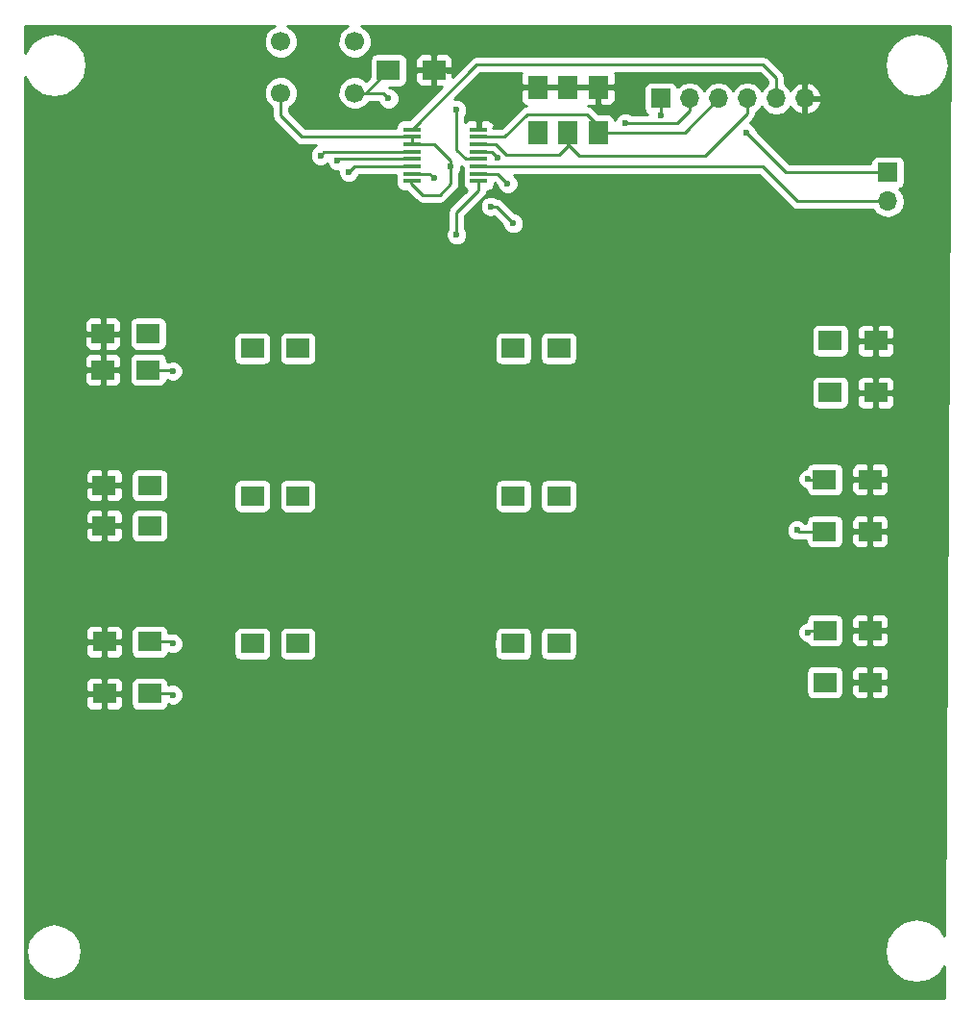
<source format=gtl>
G04 #@! TF.FileFunction,Copper,L1,Top,Signal*
%FSLAX46Y46*%
G04 Gerber Fmt 4.6, Leading zero omitted, Abs format (unit mm)*
G04 Created by KiCad (PCBNEW 4.0.7) date 02/21/18 16:56:12*
%MOMM*%
%LPD*%
G01*
G04 APERTURE LIST*
%ADD10C,0.100000*%
%ADD11R,1.700000X1.700000*%
%ADD12O,1.700000X1.700000*%
%ADD13R,1.700000X2.000000*%
%ADD14R,2.000000X1.700000*%
%ADD15C,1.700000*%
%ADD16R,1.500000X0.450000*%
%ADD17C,0.600000*%
%ADD18C,0.250000*%
%ADD19C,0.500000*%
%ADD20C,0.254000*%
G04 APERTURE END LIST*
D10*
D11*
X107000000Y-38000000D03*
D12*
X109540000Y-38000000D03*
X112080000Y-38000000D03*
X114620000Y-38000000D03*
X117160000Y-38000000D03*
X119700000Y-38000000D03*
D11*
X127000000Y-44500000D03*
D12*
X127000000Y-47040000D03*
D13*
X98806000Y-36989000D03*
X98806000Y-40989000D03*
X101500000Y-37000000D03*
X101500000Y-41000000D03*
D14*
X57817000Y-58705000D03*
X61817000Y-58705000D03*
X57936000Y-72064000D03*
X61936000Y-72064000D03*
X57944000Y-85836000D03*
X61944000Y-85836000D03*
X125936000Y-59324000D03*
X121936000Y-59324000D03*
X125436000Y-71556000D03*
X121436000Y-71556000D03*
X87000000Y-35500000D03*
X83000000Y-35500000D03*
X125444000Y-84836000D03*
X121444000Y-84836000D03*
X57817000Y-61880000D03*
X61817000Y-61880000D03*
X57936000Y-75620000D03*
X61936000Y-75620000D03*
X57944000Y-90408000D03*
X61944000Y-90408000D03*
X125936000Y-63896000D03*
X121936000Y-63896000D03*
X125436000Y-76128000D03*
X121436000Y-76128000D03*
X125444000Y-89408000D03*
X121444000Y-89408000D03*
D15*
X73500000Y-33000000D03*
X80000000Y-33000000D03*
X73500000Y-37500000D03*
X80000000Y-37500000D03*
D16*
X85050000Y-40725000D03*
X85050000Y-41375000D03*
X85050000Y-42025000D03*
X85050000Y-42675000D03*
X85050000Y-43325000D03*
X85050000Y-43975000D03*
X85050000Y-44625000D03*
X85050000Y-45275000D03*
X90950000Y-45275000D03*
X90950000Y-44625000D03*
X90950000Y-43975000D03*
X90950000Y-43325000D03*
X90950000Y-42675000D03*
X90950000Y-42025000D03*
X90950000Y-41375000D03*
X90950000Y-40725000D03*
D14*
X94000000Y-86000000D03*
X98000000Y-86000000D03*
X94000000Y-73000000D03*
X98000000Y-73000000D03*
X94000000Y-60000000D03*
X98000000Y-60000000D03*
X75000000Y-86000000D03*
X71000000Y-86000000D03*
X75000000Y-73000000D03*
X71000000Y-73000000D03*
X75000000Y-60000000D03*
X71000000Y-60000000D03*
D13*
X96139000Y-36989000D03*
X96139000Y-40989000D03*
D17*
X77000000Y-43000000D03*
X75500000Y-60000000D03*
X64000000Y-62000000D03*
X61817000Y-58705000D03*
X70500000Y-60000000D03*
X62000000Y-75500000D03*
X78500000Y-43500000D03*
X75500000Y-73000000D03*
X71000000Y-73000000D03*
X62000000Y-72000000D03*
X79500000Y-44500000D03*
X75500000Y-86000000D03*
X64000000Y-90500000D03*
X71000000Y-86000000D03*
X64000000Y-86000000D03*
X121936000Y-63896000D03*
X94000000Y-60000000D03*
X87000000Y-45000000D03*
X92000000Y-47500000D03*
X94000000Y-49000000D03*
X98000000Y-60000000D03*
X122000000Y-59500000D03*
X119000000Y-76000000D03*
X94000000Y-73000000D03*
X89000000Y-50000000D03*
X98500000Y-73000000D03*
X120000000Y-71500000D03*
X121444000Y-89408000D03*
X94000000Y-86000000D03*
X93500000Y-45500000D03*
X98500000Y-86000000D03*
X120000000Y-85000000D03*
X114500000Y-41000000D03*
X88500000Y-44000000D03*
X107000000Y-39500000D03*
X103886000Y-40132000D03*
X92583000Y-43180000D03*
X96139000Y-41021000D03*
X88392000Y-35560000D03*
X90424000Y-37592000D03*
X101500000Y-36500000D03*
X119000000Y-36000000D03*
X89000000Y-39000000D03*
X83000000Y-38000000D03*
D18*
X77325000Y-42675000D02*
X85050000Y-42675000D01*
X77000000Y-43000000D02*
X77325000Y-42675000D01*
X61817000Y-61880000D02*
X63880000Y-61880000D01*
X75500000Y-60000000D02*
X75000000Y-60000000D01*
X63880000Y-61880000D02*
X64000000Y-62000000D01*
X71000000Y-60000000D02*
X70500000Y-60000000D01*
X62000000Y-75500000D02*
X61936000Y-75564000D01*
X61936000Y-75564000D02*
X61936000Y-75620000D01*
X78675000Y-43325000D02*
X85050000Y-43325000D01*
X78500000Y-43500000D02*
X78675000Y-43325000D01*
X75500000Y-73000000D02*
X75000000Y-73000000D01*
X61936000Y-72064000D02*
X62000000Y-72000000D01*
X80025000Y-43975000D02*
X85050000Y-43975000D01*
X79500000Y-44500000D02*
X80025000Y-43975000D01*
X61944000Y-90408000D02*
X63908000Y-90408000D01*
X75500000Y-86000000D02*
X75000000Y-86000000D01*
X63908000Y-90408000D02*
X64000000Y-90500000D01*
X61944000Y-85836000D02*
X63836000Y-85836000D01*
X63836000Y-85836000D02*
X64000000Y-86000000D01*
X121936000Y-63936000D02*
X121936000Y-63896000D01*
X94000000Y-60000000D02*
X94000000Y-60500000D01*
X85050000Y-44625000D02*
X86625000Y-44625000D01*
X87000000Y-45000000D02*
X86625000Y-44625000D01*
X92500000Y-47500000D02*
X92000000Y-47500000D01*
X94000000Y-49000000D02*
X92500000Y-47500000D01*
X121936000Y-59436000D02*
X122000000Y-59500000D01*
X121936000Y-59436000D02*
X121936000Y-59324000D01*
X119128000Y-76128000D02*
X119000000Y-76000000D01*
X121436000Y-76128000D02*
X119128000Y-76128000D01*
X90950000Y-46050000D02*
X90950000Y-45275000D01*
X89000000Y-48000000D02*
X90950000Y-46050000D01*
X89000000Y-50000000D02*
X89000000Y-48000000D01*
X121436000Y-71556000D02*
X120056000Y-71556000D01*
X98500000Y-73000000D02*
X98000000Y-73000000D01*
X120056000Y-71556000D02*
X120000000Y-71500000D01*
X90950000Y-44625000D02*
X92625000Y-44625000D01*
X94000000Y-86000000D02*
X93000000Y-86000000D01*
X92625000Y-44625000D02*
X93500000Y-45500000D01*
X121444000Y-84836000D02*
X120164000Y-84836000D01*
X98500000Y-86000000D02*
X98000000Y-86000000D01*
X120164000Y-84836000D02*
X120000000Y-85000000D01*
X85050000Y-41375000D02*
X75375000Y-41375000D01*
X73500000Y-39500000D02*
X73500000Y-37500000D01*
X75375000Y-41375000D02*
X73500000Y-39500000D01*
X127000000Y-44500000D02*
X118000000Y-44500000D01*
X118000000Y-44500000D02*
X114500000Y-41000000D01*
X88500000Y-44000000D02*
X88500000Y-43500000D01*
X87025000Y-42025000D02*
X85050000Y-42025000D01*
X88500000Y-43500000D02*
X87025000Y-42025000D01*
X85050000Y-42025000D02*
X85050000Y-41375000D01*
X107000000Y-38000000D02*
X107000000Y-39500000D01*
X86000000Y-46500000D02*
X85000000Y-45500000D01*
X87500000Y-46500000D02*
X86000000Y-46500000D01*
X88500000Y-45500000D02*
X87500000Y-46500000D01*
X88500000Y-44000000D02*
X88500000Y-45500000D01*
X85000000Y-45500000D02*
X85050000Y-45275000D01*
X109540000Y-38000000D02*
X109540000Y-39050000D01*
X108458000Y-40132000D02*
X103886000Y-40132000D01*
X109540000Y-39050000D02*
X108458000Y-40132000D01*
X90950000Y-42675000D02*
X92078000Y-42675000D01*
X92078000Y-42675000D02*
X92583000Y-43180000D01*
X96139000Y-41021000D02*
X96139000Y-40989000D01*
X109540000Y-38000000D02*
X109540000Y-37540000D01*
X101500000Y-41000000D02*
X101500000Y-40413000D01*
X101500000Y-40413000D02*
X100457000Y-39370000D01*
X93245000Y-41375000D02*
X90950000Y-41375000D01*
X95250000Y-39370000D02*
X93245000Y-41375000D01*
X100457000Y-39370000D02*
X95250000Y-39370000D01*
X101500000Y-41000000D02*
X109080000Y-41000000D01*
X109080000Y-41000000D02*
X112080000Y-38000000D01*
X114620000Y-38000000D02*
X114620000Y-39304000D01*
X98806000Y-42037000D02*
X98806000Y-40989000D01*
X99822000Y-43053000D02*
X98806000Y-42037000D01*
X110871000Y-43053000D02*
X99822000Y-43053000D01*
X114620000Y-39304000D02*
X110871000Y-43053000D01*
X98806000Y-40989000D02*
X98806000Y-42164000D01*
X92444000Y-42025000D02*
X90950000Y-42025000D01*
X93345000Y-42926000D02*
X92444000Y-42025000D01*
X98044000Y-42926000D02*
X93345000Y-42926000D01*
X98806000Y-42164000D02*
X98044000Y-42926000D01*
X98806000Y-40989000D02*
X98806000Y-41489000D01*
X98281000Y-41514000D02*
X98806000Y-40989000D01*
X117160000Y-38000000D02*
X117160000Y-36160000D01*
X90775000Y-35000000D02*
X85050000Y-40725000D01*
X116000000Y-35000000D02*
X90775000Y-35000000D01*
X117160000Y-36160000D02*
X116000000Y-35000000D01*
X90950000Y-40725000D02*
X90950000Y-38118000D01*
X88332000Y-35500000D02*
X87000000Y-35500000D01*
X88392000Y-35560000D02*
X88332000Y-35500000D01*
X90950000Y-38118000D02*
X90424000Y-37592000D01*
D19*
X119700000Y-38000000D02*
X119700000Y-36700000D01*
X101500000Y-36500000D02*
X101500000Y-37000000D01*
X119700000Y-36700000D02*
X119000000Y-36000000D01*
X119700000Y-38000000D02*
X119700000Y-38800000D01*
X119700000Y-38000000D02*
X120000000Y-38000000D01*
X125444000Y-84836000D02*
X125436000Y-84828000D01*
X125436000Y-71556000D02*
X125936000Y-71056000D01*
D18*
X90950000Y-43975000D02*
X115975000Y-43975000D01*
X119040000Y-47040000D02*
X127000000Y-47040000D01*
X115975000Y-43975000D02*
X119040000Y-47040000D01*
X80000000Y-37500000D02*
X81000000Y-37500000D01*
X81000000Y-37500000D02*
X83000000Y-35500000D01*
X90950000Y-43325000D02*
X89825000Y-43325000D01*
X89825000Y-43325000D02*
X89000000Y-42500000D01*
X89000000Y-42500000D02*
X89000000Y-39000000D01*
X83000000Y-38000000D02*
X82500000Y-37500000D01*
X82500000Y-37500000D02*
X80000000Y-37500000D01*
D20*
G36*
X72659914Y-31740344D02*
X72241812Y-32157717D01*
X72015258Y-32703319D01*
X72014743Y-33294089D01*
X72240344Y-33840086D01*
X72657717Y-34258188D01*
X73203319Y-34484742D01*
X73794089Y-34485257D01*
X74340086Y-34259656D01*
X74758188Y-33842283D01*
X74984742Y-33296681D01*
X74985257Y-32705911D01*
X74759656Y-32159914D01*
X74342283Y-31741812D01*
X74056152Y-31623000D01*
X79443909Y-31623000D01*
X79159914Y-31740344D01*
X78741812Y-32157717D01*
X78515258Y-32703319D01*
X78514743Y-33294089D01*
X78740344Y-33840086D01*
X79157717Y-34258188D01*
X79703319Y-34484742D01*
X80294089Y-34485257D01*
X80840086Y-34259656D01*
X81258188Y-33842283D01*
X81484742Y-33296681D01*
X81485257Y-32705911D01*
X81259656Y-32159914D01*
X80842283Y-31741812D01*
X80556152Y-31623000D01*
X132460246Y-31623000D01*
X131986435Y-111697022D01*
X131552463Y-111047537D01*
X130633725Y-110433656D01*
X129550000Y-110218090D01*
X128466275Y-110433656D01*
X127547537Y-111047537D01*
X126933656Y-111966275D01*
X126718090Y-113050000D01*
X126933656Y-114133725D01*
X127547537Y-115052463D01*
X128466275Y-115666344D01*
X129550000Y-115881910D01*
X130633725Y-115666344D01*
X131552463Y-115052463D01*
X131970281Y-114427155D01*
X131953749Y-117221000D01*
X50927000Y-117221000D01*
X50927000Y-113100000D01*
X51040714Y-113100000D01*
X51227916Y-114041128D01*
X51761022Y-114838978D01*
X52558872Y-115372084D01*
X53500000Y-115559286D01*
X54441128Y-115372084D01*
X55238978Y-114838978D01*
X55772084Y-114041128D01*
X55959286Y-113100000D01*
X55772084Y-112158872D01*
X55238978Y-111361022D01*
X54441128Y-110827916D01*
X53500000Y-110640714D01*
X52558872Y-110827916D01*
X51761022Y-111361022D01*
X51227916Y-112158872D01*
X51040714Y-113100000D01*
X50927000Y-113100000D01*
X50927000Y-90693750D01*
X56309000Y-90693750D01*
X56309000Y-91384310D01*
X56405673Y-91617699D01*
X56584302Y-91796327D01*
X56817691Y-91893000D01*
X57658250Y-91893000D01*
X57817000Y-91734250D01*
X57817000Y-90535000D01*
X58071000Y-90535000D01*
X58071000Y-91734250D01*
X58229750Y-91893000D01*
X59070309Y-91893000D01*
X59303698Y-91796327D01*
X59482327Y-91617699D01*
X59579000Y-91384310D01*
X59579000Y-90693750D01*
X59420250Y-90535000D01*
X58071000Y-90535000D01*
X57817000Y-90535000D01*
X56467750Y-90535000D01*
X56309000Y-90693750D01*
X50927000Y-90693750D01*
X50927000Y-89431690D01*
X56309000Y-89431690D01*
X56309000Y-90122250D01*
X56467750Y-90281000D01*
X57817000Y-90281000D01*
X57817000Y-89081750D01*
X58071000Y-89081750D01*
X58071000Y-90281000D01*
X59420250Y-90281000D01*
X59579000Y-90122250D01*
X59579000Y-89558000D01*
X60296560Y-89558000D01*
X60296560Y-91258000D01*
X60340838Y-91493317D01*
X60479910Y-91709441D01*
X60692110Y-91854431D01*
X60944000Y-91905440D01*
X62944000Y-91905440D01*
X63179317Y-91861162D01*
X63395441Y-91722090D01*
X63540431Y-91509890D01*
X63575608Y-91336180D01*
X63813201Y-91434838D01*
X64185167Y-91435162D01*
X64528943Y-91293117D01*
X64792192Y-91030327D01*
X64934838Y-90686799D01*
X64935162Y-90314833D01*
X64793117Y-89971057D01*
X64530327Y-89707808D01*
X64186799Y-89565162D01*
X63814833Y-89564838D01*
X63613565Y-89648000D01*
X63591440Y-89648000D01*
X63591440Y-89558000D01*
X63547162Y-89322683D01*
X63408090Y-89106559D01*
X63195890Y-88961569D01*
X62944000Y-88910560D01*
X60944000Y-88910560D01*
X60708683Y-88954838D01*
X60492559Y-89093910D01*
X60347569Y-89306110D01*
X60296560Y-89558000D01*
X59579000Y-89558000D01*
X59579000Y-89431690D01*
X59482327Y-89198301D01*
X59303698Y-89019673D01*
X59070309Y-88923000D01*
X58229750Y-88923000D01*
X58071000Y-89081750D01*
X57817000Y-89081750D01*
X57658250Y-88923000D01*
X56817691Y-88923000D01*
X56584302Y-89019673D01*
X56405673Y-89198301D01*
X56309000Y-89431690D01*
X50927000Y-89431690D01*
X50927000Y-88558000D01*
X119796560Y-88558000D01*
X119796560Y-90258000D01*
X119840838Y-90493317D01*
X119979910Y-90709441D01*
X120192110Y-90854431D01*
X120444000Y-90905440D01*
X122444000Y-90905440D01*
X122679317Y-90861162D01*
X122895441Y-90722090D01*
X123040431Y-90509890D01*
X123091440Y-90258000D01*
X123091440Y-89693750D01*
X123809000Y-89693750D01*
X123809000Y-90384310D01*
X123905673Y-90617699D01*
X124084302Y-90796327D01*
X124317691Y-90893000D01*
X125158250Y-90893000D01*
X125317000Y-90734250D01*
X125317000Y-89535000D01*
X125571000Y-89535000D01*
X125571000Y-90734250D01*
X125729750Y-90893000D01*
X126570309Y-90893000D01*
X126803698Y-90796327D01*
X126982327Y-90617699D01*
X127079000Y-90384310D01*
X127079000Y-89693750D01*
X126920250Y-89535000D01*
X125571000Y-89535000D01*
X125317000Y-89535000D01*
X123967750Y-89535000D01*
X123809000Y-89693750D01*
X123091440Y-89693750D01*
X123091440Y-88558000D01*
X123067674Y-88431690D01*
X123809000Y-88431690D01*
X123809000Y-89122250D01*
X123967750Y-89281000D01*
X125317000Y-89281000D01*
X125317000Y-88081750D01*
X125571000Y-88081750D01*
X125571000Y-89281000D01*
X126920250Y-89281000D01*
X127079000Y-89122250D01*
X127079000Y-88431690D01*
X126982327Y-88198301D01*
X126803698Y-88019673D01*
X126570309Y-87923000D01*
X125729750Y-87923000D01*
X125571000Y-88081750D01*
X125317000Y-88081750D01*
X125158250Y-87923000D01*
X124317691Y-87923000D01*
X124084302Y-88019673D01*
X123905673Y-88198301D01*
X123809000Y-88431690D01*
X123067674Y-88431690D01*
X123047162Y-88322683D01*
X122908090Y-88106559D01*
X122695890Y-87961569D01*
X122444000Y-87910560D01*
X120444000Y-87910560D01*
X120208683Y-87954838D01*
X119992559Y-88093910D01*
X119847569Y-88306110D01*
X119796560Y-88558000D01*
X50927000Y-88558000D01*
X50927000Y-86121750D01*
X56309000Y-86121750D01*
X56309000Y-86812310D01*
X56405673Y-87045699D01*
X56584302Y-87224327D01*
X56817691Y-87321000D01*
X57658250Y-87321000D01*
X57817000Y-87162250D01*
X57817000Y-85963000D01*
X58071000Y-85963000D01*
X58071000Y-87162250D01*
X58229750Y-87321000D01*
X59070309Y-87321000D01*
X59303698Y-87224327D01*
X59482327Y-87045699D01*
X59579000Y-86812310D01*
X59579000Y-86121750D01*
X59420250Y-85963000D01*
X58071000Y-85963000D01*
X57817000Y-85963000D01*
X56467750Y-85963000D01*
X56309000Y-86121750D01*
X50927000Y-86121750D01*
X50927000Y-84859690D01*
X56309000Y-84859690D01*
X56309000Y-85550250D01*
X56467750Y-85709000D01*
X57817000Y-85709000D01*
X57817000Y-84509750D01*
X58071000Y-84509750D01*
X58071000Y-85709000D01*
X59420250Y-85709000D01*
X59579000Y-85550250D01*
X59579000Y-84986000D01*
X60296560Y-84986000D01*
X60296560Y-86686000D01*
X60340838Y-86921317D01*
X60479910Y-87137441D01*
X60692110Y-87282431D01*
X60944000Y-87333440D01*
X62944000Y-87333440D01*
X63179317Y-87289162D01*
X63395441Y-87150090D01*
X63540431Y-86937890D01*
X63562159Y-86830596D01*
X63813201Y-86934838D01*
X64185167Y-86935162D01*
X64528943Y-86793117D01*
X64792192Y-86530327D01*
X64934838Y-86186799D01*
X64935162Y-85814833D01*
X64793117Y-85471057D01*
X64530327Y-85207808D01*
X64391111Y-85150000D01*
X69352560Y-85150000D01*
X69352560Y-86850000D01*
X69396838Y-87085317D01*
X69535910Y-87301441D01*
X69748110Y-87446431D01*
X70000000Y-87497440D01*
X72000000Y-87497440D01*
X72235317Y-87453162D01*
X72451441Y-87314090D01*
X72596431Y-87101890D01*
X72647440Y-86850000D01*
X72647440Y-85150000D01*
X73352560Y-85150000D01*
X73352560Y-86850000D01*
X73396838Y-87085317D01*
X73535910Y-87301441D01*
X73748110Y-87446431D01*
X74000000Y-87497440D01*
X76000000Y-87497440D01*
X76235317Y-87453162D01*
X76451441Y-87314090D01*
X76596431Y-87101890D01*
X76647440Y-86850000D01*
X76647440Y-86000000D01*
X92240000Y-86000000D01*
X92297852Y-86290839D01*
X92352560Y-86372716D01*
X92352560Y-86850000D01*
X92396838Y-87085317D01*
X92535910Y-87301441D01*
X92748110Y-87446431D01*
X93000000Y-87497440D01*
X95000000Y-87497440D01*
X95235317Y-87453162D01*
X95451441Y-87314090D01*
X95596431Y-87101890D01*
X95647440Y-86850000D01*
X95647440Y-85150000D01*
X96352560Y-85150000D01*
X96352560Y-86850000D01*
X96396838Y-87085317D01*
X96535910Y-87301441D01*
X96748110Y-87446431D01*
X97000000Y-87497440D01*
X99000000Y-87497440D01*
X99235317Y-87453162D01*
X99451441Y-87314090D01*
X99596431Y-87101890D01*
X99647440Y-86850000D01*
X99647440Y-85185167D01*
X119064838Y-85185167D01*
X119206883Y-85528943D01*
X119469673Y-85792192D01*
X119813201Y-85934838D01*
X119849559Y-85934870D01*
X119979910Y-86137441D01*
X120192110Y-86282431D01*
X120444000Y-86333440D01*
X122444000Y-86333440D01*
X122679317Y-86289162D01*
X122895441Y-86150090D01*
X123040431Y-85937890D01*
X123091440Y-85686000D01*
X123091440Y-85121750D01*
X123809000Y-85121750D01*
X123809000Y-85812310D01*
X123905673Y-86045699D01*
X124084302Y-86224327D01*
X124317691Y-86321000D01*
X125158250Y-86321000D01*
X125317000Y-86162250D01*
X125317000Y-84963000D01*
X125571000Y-84963000D01*
X125571000Y-86162250D01*
X125729750Y-86321000D01*
X126570309Y-86321000D01*
X126803698Y-86224327D01*
X126982327Y-86045699D01*
X127079000Y-85812310D01*
X127079000Y-85121750D01*
X126920250Y-84963000D01*
X125571000Y-84963000D01*
X125317000Y-84963000D01*
X123967750Y-84963000D01*
X123809000Y-85121750D01*
X123091440Y-85121750D01*
X123091440Y-83986000D01*
X123067674Y-83859690D01*
X123809000Y-83859690D01*
X123809000Y-84550250D01*
X123967750Y-84709000D01*
X125317000Y-84709000D01*
X125317000Y-83509750D01*
X125571000Y-83509750D01*
X125571000Y-84709000D01*
X126920250Y-84709000D01*
X127079000Y-84550250D01*
X127079000Y-83859690D01*
X126982327Y-83626301D01*
X126803698Y-83447673D01*
X126570309Y-83351000D01*
X125729750Y-83351000D01*
X125571000Y-83509750D01*
X125317000Y-83509750D01*
X125158250Y-83351000D01*
X124317691Y-83351000D01*
X124084302Y-83447673D01*
X123905673Y-83626301D01*
X123809000Y-83859690D01*
X123067674Y-83859690D01*
X123047162Y-83750683D01*
X122908090Y-83534559D01*
X122695890Y-83389569D01*
X122444000Y-83338560D01*
X120444000Y-83338560D01*
X120208683Y-83382838D01*
X119992559Y-83521910D01*
X119847569Y-83734110D01*
X119796560Y-83986000D01*
X119796560Y-84072388D01*
X119471057Y-84206883D01*
X119207808Y-84469673D01*
X119065162Y-84813201D01*
X119064838Y-85185167D01*
X99647440Y-85185167D01*
X99647440Y-85150000D01*
X99603162Y-84914683D01*
X99464090Y-84698559D01*
X99251890Y-84553569D01*
X99000000Y-84502560D01*
X97000000Y-84502560D01*
X96764683Y-84546838D01*
X96548559Y-84685910D01*
X96403569Y-84898110D01*
X96352560Y-85150000D01*
X95647440Y-85150000D01*
X95603162Y-84914683D01*
X95464090Y-84698559D01*
X95251890Y-84553569D01*
X95000000Y-84502560D01*
X93000000Y-84502560D01*
X92764683Y-84546838D01*
X92548559Y-84685910D01*
X92403569Y-84898110D01*
X92352560Y-85150000D01*
X92352560Y-85627284D01*
X92297852Y-85709161D01*
X92240000Y-86000000D01*
X76647440Y-86000000D01*
X76647440Y-85150000D01*
X76603162Y-84914683D01*
X76464090Y-84698559D01*
X76251890Y-84553569D01*
X76000000Y-84502560D01*
X74000000Y-84502560D01*
X73764683Y-84546838D01*
X73548559Y-84685910D01*
X73403569Y-84898110D01*
X73352560Y-85150000D01*
X72647440Y-85150000D01*
X72603162Y-84914683D01*
X72464090Y-84698559D01*
X72251890Y-84553569D01*
X72000000Y-84502560D01*
X70000000Y-84502560D01*
X69764683Y-84546838D01*
X69548559Y-84685910D01*
X69403569Y-84898110D01*
X69352560Y-85150000D01*
X64391111Y-85150000D01*
X64186799Y-85065162D01*
X63814833Y-85064838D01*
X63787819Y-85076000D01*
X63591440Y-85076000D01*
X63591440Y-84986000D01*
X63547162Y-84750683D01*
X63408090Y-84534559D01*
X63195890Y-84389569D01*
X62944000Y-84338560D01*
X60944000Y-84338560D01*
X60708683Y-84382838D01*
X60492559Y-84521910D01*
X60347569Y-84734110D01*
X60296560Y-84986000D01*
X59579000Y-84986000D01*
X59579000Y-84859690D01*
X59482327Y-84626301D01*
X59303698Y-84447673D01*
X59070309Y-84351000D01*
X58229750Y-84351000D01*
X58071000Y-84509750D01*
X57817000Y-84509750D01*
X57658250Y-84351000D01*
X56817691Y-84351000D01*
X56584302Y-84447673D01*
X56405673Y-84626301D01*
X56309000Y-84859690D01*
X50927000Y-84859690D01*
X50927000Y-75905750D01*
X56301000Y-75905750D01*
X56301000Y-76596310D01*
X56397673Y-76829699D01*
X56576302Y-77008327D01*
X56809691Y-77105000D01*
X57650250Y-77105000D01*
X57809000Y-76946250D01*
X57809000Y-75747000D01*
X58063000Y-75747000D01*
X58063000Y-76946250D01*
X58221750Y-77105000D01*
X59062309Y-77105000D01*
X59295698Y-77008327D01*
X59474327Y-76829699D01*
X59571000Y-76596310D01*
X59571000Y-75905750D01*
X59412250Y-75747000D01*
X58063000Y-75747000D01*
X57809000Y-75747000D01*
X56459750Y-75747000D01*
X56301000Y-75905750D01*
X50927000Y-75905750D01*
X50927000Y-74643690D01*
X56301000Y-74643690D01*
X56301000Y-75334250D01*
X56459750Y-75493000D01*
X57809000Y-75493000D01*
X57809000Y-74293750D01*
X58063000Y-74293750D01*
X58063000Y-75493000D01*
X59412250Y-75493000D01*
X59571000Y-75334250D01*
X59571000Y-74770000D01*
X60288560Y-74770000D01*
X60288560Y-76470000D01*
X60332838Y-76705317D01*
X60471910Y-76921441D01*
X60684110Y-77066431D01*
X60936000Y-77117440D01*
X62936000Y-77117440D01*
X63171317Y-77073162D01*
X63387441Y-76934090D01*
X63532431Y-76721890D01*
X63583440Y-76470000D01*
X63583440Y-76185167D01*
X118064838Y-76185167D01*
X118206883Y-76528943D01*
X118469673Y-76792192D01*
X118813201Y-76934838D01*
X119185167Y-76935162D01*
X119299308Y-76888000D01*
X119788560Y-76888000D01*
X119788560Y-76978000D01*
X119832838Y-77213317D01*
X119971910Y-77429441D01*
X120184110Y-77574431D01*
X120436000Y-77625440D01*
X122436000Y-77625440D01*
X122671317Y-77581162D01*
X122887441Y-77442090D01*
X123032431Y-77229890D01*
X123083440Y-76978000D01*
X123083440Y-76413750D01*
X123801000Y-76413750D01*
X123801000Y-77104310D01*
X123897673Y-77337699D01*
X124076302Y-77516327D01*
X124309691Y-77613000D01*
X125150250Y-77613000D01*
X125309000Y-77454250D01*
X125309000Y-76255000D01*
X125563000Y-76255000D01*
X125563000Y-77454250D01*
X125721750Y-77613000D01*
X126562309Y-77613000D01*
X126795698Y-77516327D01*
X126974327Y-77337699D01*
X127071000Y-77104310D01*
X127071000Y-76413750D01*
X126912250Y-76255000D01*
X125563000Y-76255000D01*
X125309000Y-76255000D01*
X123959750Y-76255000D01*
X123801000Y-76413750D01*
X123083440Y-76413750D01*
X123083440Y-75278000D01*
X123059674Y-75151690D01*
X123801000Y-75151690D01*
X123801000Y-75842250D01*
X123959750Y-76001000D01*
X125309000Y-76001000D01*
X125309000Y-74801750D01*
X125563000Y-74801750D01*
X125563000Y-76001000D01*
X126912250Y-76001000D01*
X127071000Y-75842250D01*
X127071000Y-75151690D01*
X126974327Y-74918301D01*
X126795698Y-74739673D01*
X126562309Y-74643000D01*
X125721750Y-74643000D01*
X125563000Y-74801750D01*
X125309000Y-74801750D01*
X125150250Y-74643000D01*
X124309691Y-74643000D01*
X124076302Y-74739673D01*
X123897673Y-74918301D01*
X123801000Y-75151690D01*
X123059674Y-75151690D01*
X123039162Y-75042683D01*
X122900090Y-74826559D01*
X122687890Y-74681569D01*
X122436000Y-74630560D01*
X120436000Y-74630560D01*
X120200683Y-74674838D01*
X119984559Y-74813910D01*
X119839569Y-75026110D01*
X119788560Y-75278000D01*
X119788560Y-75368000D01*
X119690240Y-75368000D01*
X119530327Y-75207808D01*
X119186799Y-75065162D01*
X118814833Y-75064838D01*
X118471057Y-75206883D01*
X118207808Y-75469673D01*
X118065162Y-75813201D01*
X118064838Y-76185167D01*
X63583440Y-76185167D01*
X63583440Y-74770000D01*
X63539162Y-74534683D01*
X63400090Y-74318559D01*
X63187890Y-74173569D01*
X62936000Y-74122560D01*
X60936000Y-74122560D01*
X60700683Y-74166838D01*
X60484559Y-74305910D01*
X60339569Y-74518110D01*
X60288560Y-74770000D01*
X59571000Y-74770000D01*
X59571000Y-74643690D01*
X59474327Y-74410301D01*
X59295698Y-74231673D01*
X59062309Y-74135000D01*
X58221750Y-74135000D01*
X58063000Y-74293750D01*
X57809000Y-74293750D01*
X57650250Y-74135000D01*
X56809691Y-74135000D01*
X56576302Y-74231673D01*
X56397673Y-74410301D01*
X56301000Y-74643690D01*
X50927000Y-74643690D01*
X50927000Y-72349750D01*
X56301000Y-72349750D01*
X56301000Y-73040310D01*
X56397673Y-73273699D01*
X56576302Y-73452327D01*
X56809691Y-73549000D01*
X57650250Y-73549000D01*
X57809000Y-73390250D01*
X57809000Y-72191000D01*
X58063000Y-72191000D01*
X58063000Y-73390250D01*
X58221750Y-73549000D01*
X59062309Y-73549000D01*
X59295698Y-73452327D01*
X59474327Y-73273699D01*
X59571000Y-73040310D01*
X59571000Y-72349750D01*
X59412250Y-72191000D01*
X58063000Y-72191000D01*
X57809000Y-72191000D01*
X56459750Y-72191000D01*
X56301000Y-72349750D01*
X50927000Y-72349750D01*
X50927000Y-71087690D01*
X56301000Y-71087690D01*
X56301000Y-71778250D01*
X56459750Y-71937000D01*
X57809000Y-71937000D01*
X57809000Y-70737750D01*
X58063000Y-70737750D01*
X58063000Y-71937000D01*
X59412250Y-71937000D01*
X59571000Y-71778250D01*
X59571000Y-71214000D01*
X60288560Y-71214000D01*
X60288560Y-72914000D01*
X60332838Y-73149317D01*
X60471910Y-73365441D01*
X60684110Y-73510431D01*
X60936000Y-73561440D01*
X62936000Y-73561440D01*
X63171317Y-73517162D01*
X63387441Y-73378090D01*
X63532431Y-73165890D01*
X63583440Y-72914000D01*
X63583440Y-72150000D01*
X69352560Y-72150000D01*
X69352560Y-73850000D01*
X69396838Y-74085317D01*
X69535910Y-74301441D01*
X69748110Y-74446431D01*
X70000000Y-74497440D01*
X72000000Y-74497440D01*
X72235317Y-74453162D01*
X72451441Y-74314090D01*
X72596431Y-74101890D01*
X72647440Y-73850000D01*
X72647440Y-72150000D01*
X73352560Y-72150000D01*
X73352560Y-73850000D01*
X73396838Y-74085317D01*
X73535910Y-74301441D01*
X73748110Y-74446431D01*
X74000000Y-74497440D01*
X76000000Y-74497440D01*
X76235317Y-74453162D01*
X76451441Y-74314090D01*
X76596431Y-74101890D01*
X76647440Y-73850000D01*
X76647440Y-72150000D01*
X92352560Y-72150000D01*
X92352560Y-73850000D01*
X92396838Y-74085317D01*
X92535910Y-74301441D01*
X92748110Y-74446431D01*
X93000000Y-74497440D01*
X95000000Y-74497440D01*
X95235317Y-74453162D01*
X95451441Y-74314090D01*
X95596431Y-74101890D01*
X95647440Y-73850000D01*
X95647440Y-72150000D01*
X96352560Y-72150000D01*
X96352560Y-73850000D01*
X96396838Y-74085317D01*
X96535910Y-74301441D01*
X96748110Y-74446431D01*
X97000000Y-74497440D01*
X99000000Y-74497440D01*
X99235317Y-74453162D01*
X99451441Y-74314090D01*
X99596431Y-74101890D01*
X99647440Y-73850000D01*
X99647440Y-72150000D01*
X99603162Y-71914683D01*
X99464090Y-71698559D01*
X99444491Y-71685167D01*
X119064838Y-71685167D01*
X119206883Y-72028943D01*
X119469673Y-72292192D01*
X119792358Y-72426183D01*
X119832838Y-72641317D01*
X119971910Y-72857441D01*
X120184110Y-73002431D01*
X120436000Y-73053440D01*
X122436000Y-73053440D01*
X122671317Y-73009162D01*
X122887441Y-72870090D01*
X123032431Y-72657890D01*
X123083440Y-72406000D01*
X123083440Y-71841750D01*
X123801000Y-71841750D01*
X123801000Y-72532310D01*
X123897673Y-72765699D01*
X124076302Y-72944327D01*
X124309691Y-73041000D01*
X125150250Y-73041000D01*
X125309000Y-72882250D01*
X125309000Y-71683000D01*
X125563000Y-71683000D01*
X125563000Y-72882250D01*
X125721750Y-73041000D01*
X126562309Y-73041000D01*
X126795698Y-72944327D01*
X126974327Y-72765699D01*
X127071000Y-72532310D01*
X127071000Y-71841750D01*
X126912250Y-71683000D01*
X125563000Y-71683000D01*
X125309000Y-71683000D01*
X123959750Y-71683000D01*
X123801000Y-71841750D01*
X123083440Y-71841750D01*
X123083440Y-70706000D01*
X123059674Y-70579690D01*
X123801000Y-70579690D01*
X123801000Y-71270250D01*
X123959750Y-71429000D01*
X125309000Y-71429000D01*
X125309000Y-70229750D01*
X125563000Y-70229750D01*
X125563000Y-71429000D01*
X126912250Y-71429000D01*
X127071000Y-71270250D01*
X127071000Y-70579690D01*
X126974327Y-70346301D01*
X126795698Y-70167673D01*
X126562309Y-70071000D01*
X125721750Y-70071000D01*
X125563000Y-70229750D01*
X125309000Y-70229750D01*
X125150250Y-70071000D01*
X124309691Y-70071000D01*
X124076302Y-70167673D01*
X123897673Y-70346301D01*
X123801000Y-70579690D01*
X123059674Y-70579690D01*
X123039162Y-70470683D01*
X122900090Y-70254559D01*
X122687890Y-70109569D01*
X122436000Y-70058560D01*
X120436000Y-70058560D01*
X120200683Y-70102838D01*
X119984559Y-70241910D01*
X119839569Y-70454110D01*
X119817146Y-70564840D01*
X119814833Y-70564838D01*
X119471057Y-70706883D01*
X119207808Y-70969673D01*
X119065162Y-71313201D01*
X119064838Y-71685167D01*
X99444491Y-71685167D01*
X99251890Y-71553569D01*
X99000000Y-71502560D01*
X97000000Y-71502560D01*
X96764683Y-71546838D01*
X96548559Y-71685910D01*
X96403569Y-71898110D01*
X96352560Y-72150000D01*
X95647440Y-72150000D01*
X95603162Y-71914683D01*
X95464090Y-71698559D01*
X95251890Y-71553569D01*
X95000000Y-71502560D01*
X93000000Y-71502560D01*
X92764683Y-71546838D01*
X92548559Y-71685910D01*
X92403569Y-71898110D01*
X92352560Y-72150000D01*
X76647440Y-72150000D01*
X76603162Y-71914683D01*
X76464090Y-71698559D01*
X76251890Y-71553569D01*
X76000000Y-71502560D01*
X74000000Y-71502560D01*
X73764683Y-71546838D01*
X73548559Y-71685910D01*
X73403569Y-71898110D01*
X73352560Y-72150000D01*
X72647440Y-72150000D01*
X72603162Y-71914683D01*
X72464090Y-71698559D01*
X72251890Y-71553569D01*
X72000000Y-71502560D01*
X70000000Y-71502560D01*
X69764683Y-71546838D01*
X69548559Y-71685910D01*
X69403569Y-71898110D01*
X69352560Y-72150000D01*
X63583440Y-72150000D01*
X63583440Y-71214000D01*
X63539162Y-70978683D01*
X63400090Y-70762559D01*
X63187890Y-70617569D01*
X62936000Y-70566560D01*
X60936000Y-70566560D01*
X60700683Y-70610838D01*
X60484559Y-70749910D01*
X60339569Y-70962110D01*
X60288560Y-71214000D01*
X59571000Y-71214000D01*
X59571000Y-71087690D01*
X59474327Y-70854301D01*
X59295698Y-70675673D01*
X59062309Y-70579000D01*
X58221750Y-70579000D01*
X58063000Y-70737750D01*
X57809000Y-70737750D01*
X57650250Y-70579000D01*
X56809691Y-70579000D01*
X56576302Y-70675673D01*
X56397673Y-70854301D01*
X56301000Y-71087690D01*
X50927000Y-71087690D01*
X50927000Y-62165750D01*
X56182000Y-62165750D01*
X56182000Y-62856310D01*
X56278673Y-63089699D01*
X56457302Y-63268327D01*
X56690691Y-63365000D01*
X57531250Y-63365000D01*
X57690000Y-63206250D01*
X57690000Y-62007000D01*
X57944000Y-62007000D01*
X57944000Y-63206250D01*
X58102750Y-63365000D01*
X58943309Y-63365000D01*
X59176698Y-63268327D01*
X59355327Y-63089699D01*
X59452000Y-62856310D01*
X59452000Y-62165750D01*
X59293250Y-62007000D01*
X57944000Y-62007000D01*
X57690000Y-62007000D01*
X56340750Y-62007000D01*
X56182000Y-62165750D01*
X50927000Y-62165750D01*
X50927000Y-60903690D01*
X56182000Y-60903690D01*
X56182000Y-61594250D01*
X56340750Y-61753000D01*
X57690000Y-61753000D01*
X57690000Y-60553750D01*
X57944000Y-60553750D01*
X57944000Y-61753000D01*
X59293250Y-61753000D01*
X59452000Y-61594250D01*
X59452000Y-61030000D01*
X60169560Y-61030000D01*
X60169560Y-62730000D01*
X60213838Y-62965317D01*
X60352910Y-63181441D01*
X60565110Y-63326431D01*
X60817000Y-63377440D01*
X62817000Y-63377440D01*
X63052317Y-63333162D01*
X63268441Y-63194090D01*
X63369626Y-63046000D01*
X120288560Y-63046000D01*
X120288560Y-64746000D01*
X120332838Y-64981317D01*
X120471910Y-65197441D01*
X120684110Y-65342431D01*
X120936000Y-65393440D01*
X122936000Y-65393440D01*
X123171317Y-65349162D01*
X123387441Y-65210090D01*
X123532431Y-64997890D01*
X123583440Y-64746000D01*
X123583440Y-64181750D01*
X124301000Y-64181750D01*
X124301000Y-64872310D01*
X124397673Y-65105699D01*
X124576302Y-65284327D01*
X124809691Y-65381000D01*
X125650250Y-65381000D01*
X125809000Y-65222250D01*
X125809000Y-64023000D01*
X126063000Y-64023000D01*
X126063000Y-65222250D01*
X126221750Y-65381000D01*
X127062309Y-65381000D01*
X127295698Y-65284327D01*
X127474327Y-65105699D01*
X127571000Y-64872310D01*
X127571000Y-64181750D01*
X127412250Y-64023000D01*
X126063000Y-64023000D01*
X125809000Y-64023000D01*
X124459750Y-64023000D01*
X124301000Y-64181750D01*
X123583440Y-64181750D01*
X123583440Y-63046000D01*
X123559674Y-62919690D01*
X124301000Y-62919690D01*
X124301000Y-63610250D01*
X124459750Y-63769000D01*
X125809000Y-63769000D01*
X125809000Y-62569750D01*
X126063000Y-62569750D01*
X126063000Y-63769000D01*
X127412250Y-63769000D01*
X127571000Y-63610250D01*
X127571000Y-62919690D01*
X127474327Y-62686301D01*
X127295698Y-62507673D01*
X127062309Y-62411000D01*
X126221750Y-62411000D01*
X126063000Y-62569750D01*
X125809000Y-62569750D01*
X125650250Y-62411000D01*
X124809691Y-62411000D01*
X124576302Y-62507673D01*
X124397673Y-62686301D01*
X124301000Y-62919690D01*
X123559674Y-62919690D01*
X123539162Y-62810683D01*
X123400090Y-62594559D01*
X123187890Y-62449569D01*
X122936000Y-62398560D01*
X120936000Y-62398560D01*
X120700683Y-62442838D01*
X120484559Y-62581910D01*
X120339569Y-62794110D01*
X120288560Y-63046000D01*
X63369626Y-63046000D01*
X63413431Y-62981890D01*
X63454852Y-62777345D01*
X63469673Y-62792192D01*
X63813201Y-62934838D01*
X64185167Y-62935162D01*
X64528943Y-62793117D01*
X64792192Y-62530327D01*
X64934838Y-62186799D01*
X64935162Y-61814833D01*
X64793117Y-61471057D01*
X64530327Y-61207808D01*
X64186799Y-61065162D01*
X63814833Y-61064838D01*
X63681330Y-61120000D01*
X63464440Y-61120000D01*
X63464440Y-61030000D01*
X63420162Y-60794683D01*
X63281090Y-60578559D01*
X63068890Y-60433569D01*
X62817000Y-60382560D01*
X60817000Y-60382560D01*
X60581683Y-60426838D01*
X60365559Y-60565910D01*
X60220569Y-60778110D01*
X60169560Y-61030000D01*
X59452000Y-61030000D01*
X59452000Y-60903690D01*
X59355327Y-60670301D01*
X59176698Y-60491673D01*
X58943309Y-60395000D01*
X58102750Y-60395000D01*
X57944000Y-60553750D01*
X57690000Y-60553750D01*
X57531250Y-60395000D01*
X56690691Y-60395000D01*
X56457302Y-60491673D01*
X56278673Y-60670301D01*
X56182000Y-60903690D01*
X50927000Y-60903690D01*
X50927000Y-58990750D01*
X56182000Y-58990750D01*
X56182000Y-59681310D01*
X56278673Y-59914699D01*
X56457302Y-60093327D01*
X56690691Y-60190000D01*
X57531250Y-60190000D01*
X57690000Y-60031250D01*
X57690000Y-58832000D01*
X57944000Y-58832000D01*
X57944000Y-60031250D01*
X58102750Y-60190000D01*
X58943309Y-60190000D01*
X59176698Y-60093327D01*
X59355327Y-59914699D01*
X59452000Y-59681310D01*
X59452000Y-58990750D01*
X59293250Y-58832000D01*
X57944000Y-58832000D01*
X57690000Y-58832000D01*
X56340750Y-58832000D01*
X56182000Y-58990750D01*
X50927000Y-58990750D01*
X50927000Y-57728690D01*
X56182000Y-57728690D01*
X56182000Y-58419250D01*
X56340750Y-58578000D01*
X57690000Y-58578000D01*
X57690000Y-57378750D01*
X57944000Y-57378750D01*
X57944000Y-58578000D01*
X59293250Y-58578000D01*
X59452000Y-58419250D01*
X59452000Y-57855000D01*
X60169560Y-57855000D01*
X60169560Y-59555000D01*
X60213838Y-59790317D01*
X60352910Y-60006441D01*
X60565110Y-60151431D01*
X60817000Y-60202440D01*
X62817000Y-60202440D01*
X63052317Y-60158162D01*
X63268441Y-60019090D01*
X63413431Y-59806890D01*
X63464440Y-59555000D01*
X63464440Y-59150000D01*
X69352560Y-59150000D01*
X69352560Y-60850000D01*
X69396838Y-61085317D01*
X69535910Y-61301441D01*
X69748110Y-61446431D01*
X70000000Y-61497440D01*
X72000000Y-61497440D01*
X72235317Y-61453162D01*
X72451441Y-61314090D01*
X72596431Y-61101890D01*
X72647440Y-60850000D01*
X72647440Y-59150000D01*
X73352560Y-59150000D01*
X73352560Y-60850000D01*
X73396838Y-61085317D01*
X73535910Y-61301441D01*
X73748110Y-61446431D01*
X74000000Y-61497440D01*
X76000000Y-61497440D01*
X76235317Y-61453162D01*
X76451441Y-61314090D01*
X76596431Y-61101890D01*
X76647440Y-60850000D01*
X76647440Y-59150000D01*
X92352560Y-59150000D01*
X92352560Y-60850000D01*
X92396838Y-61085317D01*
X92535910Y-61301441D01*
X92748110Y-61446431D01*
X93000000Y-61497440D01*
X95000000Y-61497440D01*
X95235317Y-61453162D01*
X95451441Y-61314090D01*
X95596431Y-61101890D01*
X95647440Y-60850000D01*
X95647440Y-59150000D01*
X96352560Y-59150000D01*
X96352560Y-60850000D01*
X96396838Y-61085317D01*
X96535910Y-61301441D01*
X96748110Y-61446431D01*
X97000000Y-61497440D01*
X99000000Y-61497440D01*
X99235317Y-61453162D01*
X99451441Y-61314090D01*
X99596431Y-61101890D01*
X99647440Y-60850000D01*
X99647440Y-59150000D01*
X99603162Y-58914683D01*
X99464090Y-58698559D01*
X99251890Y-58553569D01*
X99000000Y-58502560D01*
X97000000Y-58502560D01*
X96764683Y-58546838D01*
X96548559Y-58685910D01*
X96403569Y-58898110D01*
X96352560Y-59150000D01*
X95647440Y-59150000D01*
X95603162Y-58914683D01*
X95464090Y-58698559D01*
X95251890Y-58553569D01*
X95000000Y-58502560D01*
X93000000Y-58502560D01*
X92764683Y-58546838D01*
X92548559Y-58685910D01*
X92403569Y-58898110D01*
X92352560Y-59150000D01*
X76647440Y-59150000D01*
X76603162Y-58914683D01*
X76464090Y-58698559D01*
X76251890Y-58553569D01*
X76000000Y-58502560D01*
X74000000Y-58502560D01*
X73764683Y-58546838D01*
X73548559Y-58685910D01*
X73403569Y-58898110D01*
X73352560Y-59150000D01*
X72647440Y-59150000D01*
X72603162Y-58914683D01*
X72464090Y-58698559D01*
X72251890Y-58553569D01*
X72000000Y-58502560D01*
X70000000Y-58502560D01*
X69764683Y-58546838D01*
X69548559Y-58685910D01*
X69403569Y-58898110D01*
X69352560Y-59150000D01*
X63464440Y-59150000D01*
X63464440Y-58474000D01*
X120288560Y-58474000D01*
X120288560Y-60174000D01*
X120332838Y-60409317D01*
X120471910Y-60625441D01*
X120684110Y-60770431D01*
X120936000Y-60821440D01*
X122936000Y-60821440D01*
X123171317Y-60777162D01*
X123387441Y-60638090D01*
X123532431Y-60425890D01*
X123583440Y-60174000D01*
X123583440Y-59609750D01*
X124301000Y-59609750D01*
X124301000Y-60300310D01*
X124397673Y-60533699D01*
X124576302Y-60712327D01*
X124809691Y-60809000D01*
X125650250Y-60809000D01*
X125809000Y-60650250D01*
X125809000Y-59451000D01*
X126063000Y-59451000D01*
X126063000Y-60650250D01*
X126221750Y-60809000D01*
X127062309Y-60809000D01*
X127295698Y-60712327D01*
X127474327Y-60533699D01*
X127571000Y-60300310D01*
X127571000Y-59609750D01*
X127412250Y-59451000D01*
X126063000Y-59451000D01*
X125809000Y-59451000D01*
X124459750Y-59451000D01*
X124301000Y-59609750D01*
X123583440Y-59609750D01*
X123583440Y-58474000D01*
X123559674Y-58347690D01*
X124301000Y-58347690D01*
X124301000Y-59038250D01*
X124459750Y-59197000D01*
X125809000Y-59197000D01*
X125809000Y-57997750D01*
X126063000Y-57997750D01*
X126063000Y-59197000D01*
X127412250Y-59197000D01*
X127571000Y-59038250D01*
X127571000Y-58347690D01*
X127474327Y-58114301D01*
X127295698Y-57935673D01*
X127062309Y-57839000D01*
X126221750Y-57839000D01*
X126063000Y-57997750D01*
X125809000Y-57997750D01*
X125650250Y-57839000D01*
X124809691Y-57839000D01*
X124576302Y-57935673D01*
X124397673Y-58114301D01*
X124301000Y-58347690D01*
X123559674Y-58347690D01*
X123539162Y-58238683D01*
X123400090Y-58022559D01*
X123187890Y-57877569D01*
X122936000Y-57826560D01*
X120936000Y-57826560D01*
X120700683Y-57870838D01*
X120484559Y-58009910D01*
X120339569Y-58222110D01*
X120288560Y-58474000D01*
X63464440Y-58474000D01*
X63464440Y-57855000D01*
X63420162Y-57619683D01*
X63281090Y-57403559D01*
X63068890Y-57258569D01*
X62817000Y-57207560D01*
X60817000Y-57207560D01*
X60581683Y-57251838D01*
X60365559Y-57390910D01*
X60220569Y-57603110D01*
X60169560Y-57855000D01*
X59452000Y-57855000D01*
X59452000Y-57728690D01*
X59355327Y-57495301D01*
X59176698Y-57316673D01*
X58943309Y-57220000D01*
X58102750Y-57220000D01*
X57944000Y-57378750D01*
X57690000Y-57378750D01*
X57531250Y-57220000D01*
X56690691Y-57220000D01*
X56457302Y-57316673D01*
X56278673Y-57495301D01*
X56182000Y-57728690D01*
X50927000Y-57728690D01*
X50927000Y-36120968D01*
X50929851Y-36135301D01*
X51544625Y-37055375D01*
X52464699Y-37670149D01*
X53550000Y-37886029D01*
X54012213Y-37794089D01*
X72014743Y-37794089D01*
X72240344Y-38340086D01*
X72657717Y-38758188D01*
X72740000Y-38792355D01*
X72740000Y-39500000D01*
X72797852Y-39790839D01*
X72962599Y-40037401D01*
X74837599Y-41912401D01*
X75084160Y-42077148D01*
X75132414Y-42086746D01*
X75375000Y-42135000D01*
X76645028Y-42135000D01*
X76471057Y-42206883D01*
X76207808Y-42469673D01*
X76065162Y-42813201D01*
X76064838Y-43185167D01*
X76206883Y-43528943D01*
X76469673Y-43792192D01*
X76813201Y-43934838D01*
X77185167Y-43935162D01*
X77528943Y-43793117D01*
X77585935Y-43736225D01*
X77706883Y-44028943D01*
X77969673Y-44292192D01*
X78313201Y-44434838D01*
X78565056Y-44435057D01*
X78564838Y-44685167D01*
X78706883Y-45028943D01*
X78969673Y-45292192D01*
X79313201Y-45434838D01*
X79685167Y-45435162D01*
X80028943Y-45293117D01*
X80292192Y-45030327D01*
X80414823Y-44735000D01*
X83652560Y-44735000D01*
X83652560Y-44850000D01*
X83672067Y-44953671D01*
X83652560Y-45050000D01*
X83652560Y-45500000D01*
X83696838Y-45735317D01*
X83835910Y-45951441D01*
X84048110Y-46096431D01*
X84300000Y-46147440D01*
X84572638Y-46147440D01*
X85462599Y-47037401D01*
X85709161Y-47202148D01*
X86000000Y-47260000D01*
X87500000Y-47260000D01*
X87790839Y-47202148D01*
X88037401Y-47037401D01*
X89037401Y-46037401D01*
X89202148Y-45790839D01*
X89260000Y-45500000D01*
X89260000Y-44562463D01*
X89292192Y-44530327D01*
X89434838Y-44186799D01*
X89435035Y-43960915D01*
X89534160Y-44027148D01*
X89552560Y-44030808D01*
X89552560Y-44200000D01*
X89572067Y-44303671D01*
X89552560Y-44400000D01*
X89552560Y-44850000D01*
X89572067Y-44953671D01*
X89552560Y-45050000D01*
X89552560Y-45500000D01*
X89596838Y-45735317D01*
X89735910Y-45951441D01*
X89877211Y-46047987D01*
X88462599Y-47462599D01*
X88297852Y-47709161D01*
X88240000Y-48000000D01*
X88240000Y-49437537D01*
X88207808Y-49469673D01*
X88065162Y-49813201D01*
X88064838Y-50185167D01*
X88206883Y-50528943D01*
X88469673Y-50792192D01*
X88813201Y-50934838D01*
X89185167Y-50935162D01*
X89528943Y-50793117D01*
X89792192Y-50530327D01*
X89934838Y-50186799D01*
X89935162Y-49814833D01*
X89793117Y-49471057D01*
X89760000Y-49437882D01*
X89760000Y-48314802D01*
X90389635Y-47685167D01*
X91064838Y-47685167D01*
X91206883Y-48028943D01*
X91469673Y-48292192D01*
X91813201Y-48434838D01*
X92185167Y-48435162D01*
X92309137Y-48383939D01*
X93064878Y-49139680D01*
X93064838Y-49185167D01*
X93206883Y-49528943D01*
X93469673Y-49792192D01*
X93813201Y-49934838D01*
X94185167Y-49935162D01*
X94528943Y-49793117D01*
X94792192Y-49530327D01*
X94934838Y-49186799D01*
X94935162Y-48814833D01*
X94793117Y-48471057D01*
X94530327Y-48207808D01*
X94186799Y-48065162D01*
X94139923Y-48065121D01*
X93037401Y-46962599D01*
X92790839Y-46797852D01*
X92577939Y-46755503D01*
X92530327Y-46707808D01*
X92186799Y-46565162D01*
X91814833Y-46564838D01*
X91471057Y-46706883D01*
X91207808Y-46969673D01*
X91065162Y-47313201D01*
X91064838Y-47685167D01*
X90389635Y-47685167D01*
X91487401Y-46587401D01*
X91652148Y-46340840D01*
X91668228Y-46260000D01*
X91690618Y-46147440D01*
X91700000Y-46147440D01*
X91935317Y-46103162D01*
X92151441Y-45964090D01*
X92296431Y-45751890D01*
X92347440Y-45500000D01*
X92347440Y-45422242D01*
X92564878Y-45639680D01*
X92564838Y-45685167D01*
X92706883Y-46028943D01*
X92969673Y-46292192D01*
X93313201Y-46434838D01*
X93685167Y-46435162D01*
X94028943Y-46293117D01*
X94292192Y-46030327D01*
X94434838Y-45686799D01*
X94435162Y-45314833D01*
X94293117Y-44971057D01*
X94057472Y-44735000D01*
X115660198Y-44735000D01*
X118502599Y-47577401D01*
X118749161Y-47742148D01*
X119040000Y-47800000D01*
X125727046Y-47800000D01*
X125920853Y-48090054D01*
X126402622Y-48411961D01*
X126970907Y-48525000D01*
X127029093Y-48525000D01*
X127597378Y-48411961D01*
X128079147Y-48090054D01*
X128401054Y-47608285D01*
X128514093Y-47040000D01*
X128401054Y-46471715D01*
X128079147Y-45989946D01*
X128037548Y-45962150D01*
X128085317Y-45953162D01*
X128301441Y-45814090D01*
X128446431Y-45601890D01*
X128497440Y-45350000D01*
X128497440Y-43650000D01*
X128453162Y-43414683D01*
X128314090Y-43198559D01*
X128101890Y-43053569D01*
X127850000Y-43002560D01*
X126150000Y-43002560D01*
X125914683Y-43046838D01*
X125698559Y-43185910D01*
X125553569Y-43398110D01*
X125502560Y-43650000D01*
X125502560Y-43740000D01*
X118314802Y-43740000D01*
X115435122Y-40860320D01*
X115435162Y-40814833D01*
X115293117Y-40471057D01*
X115030327Y-40207808D01*
X114861216Y-40137586D01*
X115157401Y-39841401D01*
X115322148Y-39594839D01*
X115380000Y-39304000D01*
X115380000Y-39272954D01*
X115670054Y-39079147D01*
X115890000Y-38749974D01*
X116109946Y-39079147D01*
X116591715Y-39401054D01*
X117160000Y-39514093D01*
X117728285Y-39401054D01*
X118210054Y-39079147D01*
X118437702Y-38738447D01*
X118504817Y-38881358D01*
X118933076Y-39271645D01*
X119343110Y-39441476D01*
X119573000Y-39320155D01*
X119573000Y-38127000D01*
X119827000Y-38127000D01*
X119827000Y-39320155D01*
X120056890Y-39441476D01*
X120466924Y-39271645D01*
X120895183Y-38881358D01*
X121141486Y-38356892D01*
X121020819Y-38127000D01*
X119827000Y-38127000D01*
X119573000Y-38127000D01*
X119553000Y-38127000D01*
X119553000Y-37873000D01*
X119573000Y-37873000D01*
X119573000Y-36679845D01*
X119827000Y-36679845D01*
X119827000Y-37873000D01*
X121020819Y-37873000D01*
X121141486Y-37643108D01*
X120895183Y-37118642D01*
X120466924Y-36728355D01*
X120056890Y-36558524D01*
X119827000Y-36679845D01*
X119573000Y-36679845D01*
X119343110Y-36558524D01*
X118933076Y-36728355D01*
X118504817Y-37118642D01*
X118437702Y-37261553D01*
X118210054Y-36920853D01*
X117920000Y-36727046D01*
X117920000Y-36160000D01*
X117862148Y-35869161D01*
X117697401Y-35622599D01*
X117124802Y-35050000D01*
X126713971Y-35050000D01*
X126929851Y-36135301D01*
X127544625Y-37055375D01*
X128464699Y-37670149D01*
X129550000Y-37886029D01*
X130635301Y-37670149D01*
X131555375Y-37055375D01*
X132170149Y-36135301D01*
X132386029Y-35050000D01*
X132170149Y-33964699D01*
X131555375Y-33044625D01*
X130635301Y-32429851D01*
X129550000Y-32213971D01*
X128464699Y-32429851D01*
X127544625Y-33044625D01*
X126929851Y-33964699D01*
X126713971Y-35050000D01*
X117124802Y-35050000D01*
X116537401Y-34462599D01*
X116290839Y-34297852D01*
X116000000Y-34240000D01*
X90775000Y-34240000D01*
X90484161Y-34297852D01*
X90237599Y-34462599D01*
X88635000Y-36065198D01*
X88635000Y-35785750D01*
X88476250Y-35627000D01*
X87127000Y-35627000D01*
X87127000Y-36826250D01*
X87285750Y-36985000D01*
X87715198Y-36985000D01*
X84847638Y-39852560D01*
X84300000Y-39852560D01*
X84064683Y-39896838D01*
X83848559Y-40035910D01*
X83703569Y-40248110D01*
X83652560Y-40500000D01*
X83652560Y-40615000D01*
X75689802Y-40615000D01*
X74260000Y-39185198D01*
X74260000Y-38792747D01*
X74340086Y-38759656D01*
X74758188Y-38342283D01*
X74984742Y-37796681D01*
X74984744Y-37794089D01*
X78514743Y-37794089D01*
X78740344Y-38340086D01*
X79157717Y-38758188D01*
X79703319Y-38984742D01*
X80294089Y-38985257D01*
X80840086Y-38759656D01*
X81258188Y-38342283D01*
X81292355Y-38260000D01*
X82095758Y-38260000D01*
X82206883Y-38528943D01*
X82469673Y-38792192D01*
X82813201Y-38934838D01*
X83185167Y-38935162D01*
X83528943Y-38793117D01*
X83792192Y-38530327D01*
X83934838Y-38186799D01*
X83935162Y-37814833D01*
X83793117Y-37471057D01*
X83530327Y-37207808D01*
X83186799Y-37065162D01*
X83139923Y-37065121D01*
X83072242Y-36997440D01*
X84000000Y-36997440D01*
X84235317Y-36953162D01*
X84451441Y-36814090D01*
X84596431Y-36601890D01*
X84647440Y-36350000D01*
X84647440Y-35785750D01*
X85365000Y-35785750D01*
X85365000Y-36476310D01*
X85461673Y-36709699D01*
X85640302Y-36888327D01*
X85873691Y-36985000D01*
X86714250Y-36985000D01*
X86873000Y-36826250D01*
X86873000Y-35627000D01*
X85523750Y-35627000D01*
X85365000Y-35785750D01*
X84647440Y-35785750D01*
X84647440Y-34650000D01*
X84623674Y-34523690D01*
X85365000Y-34523690D01*
X85365000Y-35214250D01*
X85523750Y-35373000D01*
X86873000Y-35373000D01*
X86873000Y-34173750D01*
X87127000Y-34173750D01*
X87127000Y-35373000D01*
X88476250Y-35373000D01*
X88635000Y-35214250D01*
X88635000Y-34523690D01*
X88538327Y-34290301D01*
X88359698Y-34111673D01*
X88126309Y-34015000D01*
X87285750Y-34015000D01*
X87127000Y-34173750D01*
X86873000Y-34173750D01*
X86714250Y-34015000D01*
X85873691Y-34015000D01*
X85640302Y-34111673D01*
X85461673Y-34290301D01*
X85365000Y-34523690D01*
X84623674Y-34523690D01*
X84603162Y-34414683D01*
X84464090Y-34198559D01*
X84251890Y-34053569D01*
X84000000Y-34002560D01*
X82000000Y-34002560D01*
X81764683Y-34046838D01*
X81548559Y-34185910D01*
X81403569Y-34398110D01*
X81352560Y-34650000D01*
X81352560Y-36072638D01*
X81012686Y-36412512D01*
X80842283Y-36241812D01*
X80296681Y-36015258D01*
X79705911Y-36014743D01*
X79159914Y-36240344D01*
X78741812Y-36657717D01*
X78515258Y-37203319D01*
X78514743Y-37794089D01*
X74984744Y-37794089D01*
X74985257Y-37205911D01*
X74759656Y-36659914D01*
X74342283Y-36241812D01*
X73796681Y-36015258D01*
X73205911Y-36014743D01*
X72659914Y-36240344D01*
X72241812Y-36657717D01*
X72015258Y-37203319D01*
X72014743Y-37794089D01*
X54012213Y-37794089D01*
X54635301Y-37670149D01*
X55555375Y-37055375D01*
X56170149Y-36135301D01*
X56386029Y-35050000D01*
X56170149Y-33964699D01*
X55555375Y-33044625D01*
X54635301Y-32429851D01*
X53550000Y-32213971D01*
X52464699Y-32429851D01*
X51544625Y-33044625D01*
X50929851Y-33964699D01*
X50927000Y-33979032D01*
X50927000Y-31623000D01*
X72943909Y-31623000D01*
X72659914Y-31740344D01*
X72659914Y-31740344D01*
G37*
X72659914Y-31740344D02*
X72241812Y-32157717D01*
X72015258Y-32703319D01*
X72014743Y-33294089D01*
X72240344Y-33840086D01*
X72657717Y-34258188D01*
X73203319Y-34484742D01*
X73794089Y-34485257D01*
X74340086Y-34259656D01*
X74758188Y-33842283D01*
X74984742Y-33296681D01*
X74985257Y-32705911D01*
X74759656Y-32159914D01*
X74342283Y-31741812D01*
X74056152Y-31623000D01*
X79443909Y-31623000D01*
X79159914Y-31740344D01*
X78741812Y-32157717D01*
X78515258Y-32703319D01*
X78514743Y-33294089D01*
X78740344Y-33840086D01*
X79157717Y-34258188D01*
X79703319Y-34484742D01*
X80294089Y-34485257D01*
X80840086Y-34259656D01*
X81258188Y-33842283D01*
X81484742Y-33296681D01*
X81485257Y-32705911D01*
X81259656Y-32159914D01*
X80842283Y-31741812D01*
X80556152Y-31623000D01*
X132460246Y-31623000D01*
X131986435Y-111697022D01*
X131552463Y-111047537D01*
X130633725Y-110433656D01*
X129550000Y-110218090D01*
X128466275Y-110433656D01*
X127547537Y-111047537D01*
X126933656Y-111966275D01*
X126718090Y-113050000D01*
X126933656Y-114133725D01*
X127547537Y-115052463D01*
X128466275Y-115666344D01*
X129550000Y-115881910D01*
X130633725Y-115666344D01*
X131552463Y-115052463D01*
X131970281Y-114427155D01*
X131953749Y-117221000D01*
X50927000Y-117221000D01*
X50927000Y-113100000D01*
X51040714Y-113100000D01*
X51227916Y-114041128D01*
X51761022Y-114838978D01*
X52558872Y-115372084D01*
X53500000Y-115559286D01*
X54441128Y-115372084D01*
X55238978Y-114838978D01*
X55772084Y-114041128D01*
X55959286Y-113100000D01*
X55772084Y-112158872D01*
X55238978Y-111361022D01*
X54441128Y-110827916D01*
X53500000Y-110640714D01*
X52558872Y-110827916D01*
X51761022Y-111361022D01*
X51227916Y-112158872D01*
X51040714Y-113100000D01*
X50927000Y-113100000D01*
X50927000Y-90693750D01*
X56309000Y-90693750D01*
X56309000Y-91384310D01*
X56405673Y-91617699D01*
X56584302Y-91796327D01*
X56817691Y-91893000D01*
X57658250Y-91893000D01*
X57817000Y-91734250D01*
X57817000Y-90535000D01*
X58071000Y-90535000D01*
X58071000Y-91734250D01*
X58229750Y-91893000D01*
X59070309Y-91893000D01*
X59303698Y-91796327D01*
X59482327Y-91617699D01*
X59579000Y-91384310D01*
X59579000Y-90693750D01*
X59420250Y-90535000D01*
X58071000Y-90535000D01*
X57817000Y-90535000D01*
X56467750Y-90535000D01*
X56309000Y-90693750D01*
X50927000Y-90693750D01*
X50927000Y-89431690D01*
X56309000Y-89431690D01*
X56309000Y-90122250D01*
X56467750Y-90281000D01*
X57817000Y-90281000D01*
X57817000Y-89081750D01*
X58071000Y-89081750D01*
X58071000Y-90281000D01*
X59420250Y-90281000D01*
X59579000Y-90122250D01*
X59579000Y-89558000D01*
X60296560Y-89558000D01*
X60296560Y-91258000D01*
X60340838Y-91493317D01*
X60479910Y-91709441D01*
X60692110Y-91854431D01*
X60944000Y-91905440D01*
X62944000Y-91905440D01*
X63179317Y-91861162D01*
X63395441Y-91722090D01*
X63540431Y-91509890D01*
X63575608Y-91336180D01*
X63813201Y-91434838D01*
X64185167Y-91435162D01*
X64528943Y-91293117D01*
X64792192Y-91030327D01*
X64934838Y-90686799D01*
X64935162Y-90314833D01*
X64793117Y-89971057D01*
X64530327Y-89707808D01*
X64186799Y-89565162D01*
X63814833Y-89564838D01*
X63613565Y-89648000D01*
X63591440Y-89648000D01*
X63591440Y-89558000D01*
X63547162Y-89322683D01*
X63408090Y-89106559D01*
X63195890Y-88961569D01*
X62944000Y-88910560D01*
X60944000Y-88910560D01*
X60708683Y-88954838D01*
X60492559Y-89093910D01*
X60347569Y-89306110D01*
X60296560Y-89558000D01*
X59579000Y-89558000D01*
X59579000Y-89431690D01*
X59482327Y-89198301D01*
X59303698Y-89019673D01*
X59070309Y-88923000D01*
X58229750Y-88923000D01*
X58071000Y-89081750D01*
X57817000Y-89081750D01*
X57658250Y-88923000D01*
X56817691Y-88923000D01*
X56584302Y-89019673D01*
X56405673Y-89198301D01*
X56309000Y-89431690D01*
X50927000Y-89431690D01*
X50927000Y-88558000D01*
X119796560Y-88558000D01*
X119796560Y-90258000D01*
X119840838Y-90493317D01*
X119979910Y-90709441D01*
X120192110Y-90854431D01*
X120444000Y-90905440D01*
X122444000Y-90905440D01*
X122679317Y-90861162D01*
X122895441Y-90722090D01*
X123040431Y-90509890D01*
X123091440Y-90258000D01*
X123091440Y-89693750D01*
X123809000Y-89693750D01*
X123809000Y-90384310D01*
X123905673Y-90617699D01*
X124084302Y-90796327D01*
X124317691Y-90893000D01*
X125158250Y-90893000D01*
X125317000Y-90734250D01*
X125317000Y-89535000D01*
X125571000Y-89535000D01*
X125571000Y-90734250D01*
X125729750Y-90893000D01*
X126570309Y-90893000D01*
X126803698Y-90796327D01*
X126982327Y-90617699D01*
X127079000Y-90384310D01*
X127079000Y-89693750D01*
X126920250Y-89535000D01*
X125571000Y-89535000D01*
X125317000Y-89535000D01*
X123967750Y-89535000D01*
X123809000Y-89693750D01*
X123091440Y-89693750D01*
X123091440Y-88558000D01*
X123067674Y-88431690D01*
X123809000Y-88431690D01*
X123809000Y-89122250D01*
X123967750Y-89281000D01*
X125317000Y-89281000D01*
X125317000Y-88081750D01*
X125571000Y-88081750D01*
X125571000Y-89281000D01*
X126920250Y-89281000D01*
X127079000Y-89122250D01*
X127079000Y-88431690D01*
X126982327Y-88198301D01*
X126803698Y-88019673D01*
X126570309Y-87923000D01*
X125729750Y-87923000D01*
X125571000Y-88081750D01*
X125317000Y-88081750D01*
X125158250Y-87923000D01*
X124317691Y-87923000D01*
X124084302Y-88019673D01*
X123905673Y-88198301D01*
X123809000Y-88431690D01*
X123067674Y-88431690D01*
X123047162Y-88322683D01*
X122908090Y-88106559D01*
X122695890Y-87961569D01*
X122444000Y-87910560D01*
X120444000Y-87910560D01*
X120208683Y-87954838D01*
X119992559Y-88093910D01*
X119847569Y-88306110D01*
X119796560Y-88558000D01*
X50927000Y-88558000D01*
X50927000Y-86121750D01*
X56309000Y-86121750D01*
X56309000Y-86812310D01*
X56405673Y-87045699D01*
X56584302Y-87224327D01*
X56817691Y-87321000D01*
X57658250Y-87321000D01*
X57817000Y-87162250D01*
X57817000Y-85963000D01*
X58071000Y-85963000D01*
X58071000Y-87162250D01*
X58229750Y-87321000D01*
X59070309Y-87321000D01*
X59303698Y-87224327D01*
X59482327Y-87045699D01*
X59579000Y-86812310D01*
X59579000Y-86121750D01*
X59420250Y-85963000D01*
X58071000Y-85963000D01*
X57817000Y-85963000D01*
X56467750Y-85963000D01*
X56309000Y-86121750D01*
X50927000Y-86121750D01*
X50927000Y-84859690D01*
X56309000Y-84859690D01*
X56309000Y-85550250D01*
X56467750Y-85709000D01*
X57817000Y-85709000D01*
X57817000Y-84509750D01*
X58071000Y-84509750D01*
X58071000Y-85709000D01*
X59420250Y-85709000D01*
X59579000Y-85550250D01*
X59579000Y-84986000D01*
X60296560Y-84986000D01*
X60296560Y-86686000D01*
X60340838Y-86921317D01*
X60479910Y-87137441D01*
X60692110Y-87282431D01*
X60944000Y-87333440D01*
X62944000Y-87333440D01*
X63179317Y-87289162D01*
X63395441Y-87150090D01*
X63540431Y-86937890D01*
X63562159Y-86830596D01*
X63813201Y-86934838D01*
X64185167Y-86935162D01*
X64528943Y-86793117D01*
X64792192Y-86530327D01*
X64934838Y-86186799D01*
X64935162Y-85814833D01*
X64793117Y-85471057D01*
X64530327Y-85207808D01*
X64391111Y-85150000D01*
X69352560Y-85150000D01*
X69352560Y-86850000D01*
X69396838Y-87085317D01*
X69535910Y-87301441D01*
X69748110Y-87446431D01*
X70000000Y-87497440D01*
X72000000Y-87497440D01*
X72235317Y-87453162D01*
X72451441Y-87314090D01*
X72596431Y-87101890D01*
X72647440Y-86850000D01*
X72647440Y-85150000D01*
X73352560Y-85150000D01*
X73352560Y-86850000D01*
X73396838Y-87085317D01*
X73535910Y-87301441D01*
X73748110Y-87446431D01*
X74000000Y-87497440D01*
X76000000Y-87497440D01*
X76235317Y-87453162D01*
X76451441Y-87314090D01*
X76596431Y-87101890D01*
X76647440Y-86850000D01*
X76647440Y-86000000D01*
X92240000Y-86000000D01*
X92297852Y-86290839D01*
X92352560Y-86372716D01*
X92352560Y-86850000D01*
X92396838Y-87085317D01*
X92535910Y-87301441D01*
X92748110Y-87446431D01*
X93000000Y-87497440D01*
X95000000Y-87497440D01*
X95235317Y-87453162D01*
X95451441Y-87314090D01*
X95596431Y-87101890D01*
X95647440Y-86850000D01*
X95647440Y-85150000D01*
X96352560Y-85150000D01*
X96352560Y-86850000D01*
X96396838Y-87085317D01*
X96535910Y-87301441D01*
X96748110Y-87446431D01*
X97000000Y-87497440D01*
X99000000Y-87497440D01*
X99235317Y-87453162D01*
X99451441Y-87314090D01*
X99596431Y-87101890D01*
X99647440Y-86850000D01*
X99647440Y-85185167D01*
X119064838Y-85185167D01*
X119206883Y-85528943D01*
X119469673Y-85792192D01*
X119813201Y-85934838D01*
X119849559Y-85934870D01*
X119979910Y-86137441D01*
X120192110Y-86282431D01*
X120444000Y-86333440D01*
X122444000Y-86333440D01*
X122679317Y-86289162D01*
X122895441Y-86150090D01*
X123040431Y-85937890D01*
X123091440Y-85686000D01*
X123091440Y-85121750D01*
X123809000Y-85121750D01*
X123809000Y-85812310D01*
X123905673Y-86045699D01*
X124084302Y-86224327D01*
X124317691Y-86321000D01*
X125158250Y-86321000D01*
X125317000Y-86162250D01*
X125317000Y-84963000D01*
X125571000Y-84963000D01*
X125571000Y-86162250D01*
X125729750Y-86321000D01*
X126570309Y-86321000D01*
X126803698Y-86224327D01*
X126982327Y-86045699D01*
X127079000Y-85812310D01*
X127079000Y-85121750D01*
X126920250Y-84963000D01*
X125571000Y-84963000D01*
X125317000Y-84963000D01*
X123967750Y-84963000D01*
X123809000Y-85121750D01*
X123091440Y-85121750D01*
X123091440Y-83986000D01*
X123067674Y-83859690D01*
X123809000Y-83859690D01*
X123809000Y-84550250D01*
X123967750Y-84709000D01*
X125317000Y-84709000D01*
X125317000Y-83509750D01*
X125571000Y-83509750D01*
X125571000Y-84709000D01*
X126920250Y-84709000D01*
X127079000Y-84550250D01*
X127079000Y-83859690D01*
X126982327Y-83626301D01*
X126803698Y-83447673D01*
X126570309Y-83351000D01*
X125729750Y-83351000D01*
X125571000Y-83509750D01*
X125317000Y-83509750D01*
X125158250Y-83351000D01*
X124317691Y-83351000D01*
X124084302Y-83447673D01*
X123905673Y-83626301D01*
X123809000Y-83859690D01*
X123067674Y-83859690D01*
X123047162Y-83750683D01*
X122908090Y-83534559D01*
X122695890Y-83389569D01*
X122444000Y-83338560D01*
X120444000Y-83338560D01*
X120208683Y-83382838D01*
X119992559Y-83521910D01*
X119847569Y-83734110D01*
X119796560Y-83986000D01*
X119796560Y-84072388D01*
X119471057Y-84206883D01*
X119207808Y-84469673D01*
X119065162Y-84813201D01*
X119064838Y-85185167D01*
X99647440Y-85185167D01*
X99647440Y-85150000D01*
X99603162Y-84914683D01*
X99464090Y-84698559D01*
X99251890Y-84553569D01*
X99000000Y-84502560D01*
X97000000Y-84502560D01*
X96764683Y-84546838D01*
X96548559Y-84685910D01*
X96403569Y-84898110D01*
X96352560Y-85150000D01*
X95647440Y-85150000D01*
X95603162Y-84914683D01*
X95464090Y-84698559D01*
X95251890Y-84553569D01*
X95000000Y-84502560D01*
X93000000Y-84502560D01*
X92764683Y-84546838D01*
X92548559Y-84685910D01*
X92403569Y-84898110D01*
X92352560Y-85150000D01*
X92352560Y-85627284D01*
X92297852Y-85709161D01*
X92240000Y-86000000D01*
X76647440Y-86000000D01*
X76647440Y-85150000D01*
X76603162Y-84914683D01*
X76464090Y-84698559D01*
X76251890Y-84553569D01*
X76000000Y-84502560D01*
X74000000Y-84502560D01*
X73764683Y-84546838D01*
X73548559Y-84685910D01*
X73403569Y-84898110D01*
X73352560Y-85150000D01*
X72647440Y-85150000D01*
X72603162Y-84914683D01*
X72464090Y-84698559D01*
X72251890Y-84553569D01*
X72000000Y-84502560D01*
X70000000Y-84502560D01*
X69764683Y-84546838D01*
X69548559Y-84685910D01*
X69403569Y-84898110D01*
X69352560Y-85150000D01*
X64391111Y-85150000D01*
X64186799Y-85065162D01*
X63814833Y-85064838D01*
X63787819Y-85076000D01*
X63591440Y-85076000D01*
X63591440Y-84986000D01*
X63547162Y-84750683D01*
X63408090Y-84534559D01*
X63195890Y-84389569D01*
X62944000Y-84338560D01*
X60944000Y-84338560D01*
X60708683Y-84382838D01*
X60492559Y-84521910D01*
X60347569Y-84734110D01*
X60296560Y-84986000D01*
X59579000Y-84986000D01*
X59579000Y-84859690D01*
X59482327Y-84626301D01*
X59303698Y-84447673D01*
X59070309Y-84351000D01*
X58229750Y-84351000D01*
X58071000Y-84509750D01*
X57817000Y-84509750D01*
X57658250Y-84351000D01*
X56817691Y-84351000D01*
X56584302Y-84447673D01*
X56405673Y-84626301D01*
X56309000Y-84859690D01*
X50927000Y-84859690D01*
X50927000Y-75905750D01*
X56301000Y-75905750D01*
X56301000Y-76596310D01*
X56397673Y-76829699D01*
X56576302Y-77008327D01*
X56809691Y-77105000D01*
X57650250Y-77105000D01*
X57809000Y-76946250D01*
X57809000Y-75747000D01*
X58063000Y-75747000D01*
X58063000Y-76946250D01*
X58221750Y-77105000D01*
X59062309Y-77105000D01*
X59295698Y-77008327D01*
X59474327Y-76829699D01*
X59571000Y-76596310D01*
X59571000Y-75905750D01*
X59412250Y-75747000D01*
X58063000Y-75747000D01*
X57809000Y-75747000D01*
X56459750Y-75747000D01*
X56301000Y-75905750D01*
X50927000Y-75905750D01*
X50927000Y-74643690D01*
X56301000Y-74643690D01*
X56301000Y-75334250D01*
X56459750Y-75493000D01*
X57809000Y-75493000D01*
X57809000Y-74293750D01*
X58063000Y-74293750D01*
X58063000Y-75493000D01*
X59412250Y-75493000D01*
X59571000Y-75334250D01*
X59571000Y-74770000D01*
X60288560Y-74770000D01*
X60288560Y-76470000D01*
X60332838Y-76705317D01*
X60471910Y-76921441D01*
X60684110Y-77066431D01*
X60936000Y-77117440D01*
X62936000Y-77117440D01*
X63171317Y-77073162D01*
X63387441Y-76934090D01*
X63532431Y-76721890D01*
X63583440Y-76470000D01*
X63583440Y-76185167D01*
X118064838Y-76185167D01*
X118206883Y-76528943D01*
X118469673Y-76792192D01*
X118813201Y-76934838D01*
X119185167Y-76935162D01*
X119299308Y-76888000D01*
X119788560Y-76888000D01*
X119788560Y-76978000D01*
X119832838Y-77213317D01*
X119971910Y-77429441D01*
X120184110Y-77574431D01*
X120436000Y-77625440D01*
X122436000Y-77625440D01*
X122671317Y-77581162D01*
X122887441Y-77442090D01*
X123032431Y-77229890D01*
X123083440Y-76978000D01*
X123083440Y-76413750D01*
X123801000Y-76413750D01*
X123801000Y-77104310D01*
X123897673Y-77337699D01*
X124076302Y-77516327D01*
X124309691Y-77613000D01*
X125150250Y-77613000D01*
X125309000Y-77454250D01*
X125309000Y-76255000D01*
X125563000Y-76255000D01*
X125563000Y-77454250D01*
X125721750Y-77613000D01*
X126562309Y-77613000D01*
X126795698Y-77516327D01*
X126974327Y-77337699D01*
X127071000Y-77104310D01*
X127071000Y-76413750D01*
X126912250Y-76255000D01*
X125563000Y-76255000D01*
X125309000Y-76255000D01*
X123959750Y-76255000D01*
X123801000Y-76413750D01*
X123083440Y-76413750D01*
X123083440Y-75278000D01*
X123059674Y-75151690D01*
X123801000Y-75151690D01*
X123801000Y-75842250D01*
X123959750Y-76001000D01*
X125309000Y-76001000D01*
X125309000Y-74801750D01*
X125563000Y-74801750D01*
X125563000Y-76001000D01*
X126912250Y-76001000D01*
X127071000Y-75842250D01*
X127071000Y-75151690D01*
X126974327Y-74918301D01*
X126795698Y-74739673D01*
X126562309Y-74643000D01*
X125721750Y-74643000D01*
X125563000Y-74801750D01*
X125309000Y-74801750D01*
X125150250Y-74643000D01*
X124309691Y-74643000D01*
X124076302Y-74739673D01*
X123897673Y-74918301D01*
X123801000Y-75151690D01*
X123059674Y-75151690D01*
X123039162Y-75042683D01*
X122900090Y-74826559D01*
X122687890Y-74681569D01*
X122436000Y-74630560D01*
X120436000Y-74630560D01*
X120200683Y-74674838D01*
X119984559Y-74813910D01*
X119839569Y-75026110D01*
X119788560Y-75278000D01*
X119788560Y-75368000D01*
X119690240Y-75368000D01*
X119530327Y-75207808D01*
X119186799Y-75065162D01*
X118814833Y-75064838D01*
X118471057Y-75206883D01*
X118207808Y-75469673D01*
X118065162Y-75813201D01*
X118064838Y-76185167D01*
X63583440Y-76185167D01*
X63583440Y-74770000D01*
X63539162Y-74534683D01*
X63400090Y-74318559D01*
X63187890Y-74173569D01*
X62936000Y-74122560D01*
X60936000Y-74122560D01*
X60700683Y-74166838D01*
X60484559Y-74305910D01*
X60339569Y-74518110D01*
X60288560Y-74770000D01*
X59571000Y-74770000D01*
X59571000Y-74643690D01*
X59474327Y-74410301D01*
X59295698Y-74231673D01*
X59062309Y-74135000D01*
X58221750Y-74135000D01*
X58063000Y-74293750D01*
X57809000Y-74293750D01*
X57650250Y-74135000D01*
X56809691Y-74135000D01*
X56576302Y-74231673D01*
X56397673Y-74410301D01*
X56301000Y-74643690D01*
X50927000Y-74643690D01*
X50927000Y-72349750D01*
X56301000Y-72349750D01*
X56301000Y-73040310D01*
X56397673Y-73273699D01*
X56576302Y-73452327D01*
X56809691Y-73549000D01*
X57650250Y-73549000D01*
X57809000Y-73390250D01*
X57809000Y-72191000D01*
X58063000Y-72191000D01*
X58063000Y-73390250D01*
X58221750Y-73549000D01*
X59062309Y-73549000D01*
X59295698Y-73452327D01*
X59474327Y-73273699D01*
X59571000Y-73040310D01*
X59571000Y-72349750D01*
X59412250Y-72191000D01*
X58063000Y-72191000D01*
X57809000Y-72191000D01*
X56459750Y-72191000D01*
X56301000Y-72349750D01*
X50927000Y-72349750D01*
X50927000Y-71087690D01*
X56301000Y-71087690D01*
X56301000Y-71778250D01*
X56459750Y-71937000D01*
X57809000Y-71937000D01*
X57809000Y-70737750D01*
X58063000Y-70737750D01*
X58063000Y-71937000D01*
X59412250Y-71937000D01*
X59571000Y-71778250D01*
X59571000Y-71214000D01*
X60288560Y-71214000D01*
X60288560Y-72914000D01*
X60332838Y-73149317D01*
X60471910Y-73365441D01*
X60684110Y-73510431D01*
X60936000Y-73561440D01*
X62936000Y-73561440D01*
X63171317Y-73517162D01*
X63387441Y-73378090D01*
X63532431Y-73165890D01*
X63583440Y-72914000D01*
X63583440Y-72150000D01*
X69352560Y-72150000D01*
X69352560Y-73850000D01*
X69396838Y-74085317D01*
X69535910Y-74301441D01*
X69748110Y-74446431D01*
X70000000Y-74497440D01*
X72000000Y-74497440D01*
X72235317Y-74453162D01*
X72451441Y-74314090D01*
X72596431Y-74101890D01*
X72647440Y-73850000D01*
X72647440Y-72150000D01*
X73352560Y-72150000D01*
X73352560Y-73850000D01*
X73396838Y-74085317D01*
X73535910Y-74301441D01*
X73748110Y-74446431D01*
X74000000Y-74497440D01*
X76000000Y-74497440D01*
X76235317Y-74453162D01*
X76451441Y-74314090D01*
X76596431Y-74101890D01*
X76647440Y-73850000D01*
X76647440Y-72150000D01*
X92352560Y-72150000D01*
X92352560Y-73850000D01*
X92396838Y-74085317D01*
X92535910Y-74301441D01*
X92748110Y-74446431D01*
X93000000Y-74497440D01*
X95000000Y-74497440D01*
X95235317Y-74453162D01*
X95451441Y-74314090D01*
X95596431Y-74101890D01*
X95647440Y-73850000D01*
X95647440Y-72150000D01*
X96352560Y-72150000D01*
X96352560Y-73850000D01*
X96396838Y-74085317D01*
X96535910Y-74301441D01*
X96748110Y-74446431D01*
X97000000Y-74497440D01*
X99000000Y-74497440D01*
X99235317Y-74453162D01*
X99451441Y-74314090D01*
X99596431Y-74101890D01*
X99647440Y-73850000D01*
X99647440Y-72150000D01*
X99603162Y-71914683D01*
X99464090Y-71698559D01*
X99444491Y-71685167D01*
X119064838Y-71685167D01*
X119206883Y-72028943D01*
X119469673Y-72292192D01*
X119792358Y-72426183D01*
X119832838Y-72641317D01*
X119971910Y-72857441D01*
X120184110Y-73002431D01*
X120436000Y-73053440D01*
X122436000Y-73053440D01*
X122671317Y-73009162D01*
X122887441Y-72870090D01*
X123032431Y-72657890D01*
X123083440Y-72406000D01*
X123083440Y-71841750D01*
X123801000Y-71841750D01*
X123801000Y-72532310D01*
X123897673Y-72765699D01*
X124076302Y-72944327D01*
X124309691Y-73041000D01*
X125150250Y-73041000D01*
X125309000Y-72882250D01*
X125309000Y-71683000D01*
X125563000Y-71683000D01*
X125563000Y-72882250D01*
X125721750Y-73041000D01*
X126562309Y-73041000D01*
X126795698Y-72944327D01*
X126974327Y-72765699D01*
X127071000Y-72532310D01*
X127071000Y-71841750D01*
X126912250Y-71683000D01*
X125563000Y-71683000D01*
X125309000Y-71683000D01*
X123959750Y-71683000D01*
X123801000Y-71841750D01*
X123083440Y-71841750D01*
X123083440Y-70706000D01*
X123059674Y-70579690D01*
X123801000Y-70579690D01*
X123801000Y-71270250D01*
X123959750Y-71429000D01*
X125309000Y-71429000D01*
X125309000Y-70229750D01*
X125563000Y-70229750D01*
X125563000Y-71429000D01*
X126912250Y-71429000D01*
X127071000Y-71270250D01*
X127071000Y-70579690D01*
X126974327Y-70346301D01*
X126795698Y-70167673D01*
X126562309Y-70071000D01*
X125721750Y-70071000D01*
X125563000Y-70229750D01*
X125309000Y-70229750D01*
X125150250Y-70071000D01*
X124309691Y-70071000D01*
X124076302Y-70167673D01*
X123897673Y-70346301D01*
X123801000Y-70579690D01*
X123059674Y-70579690D01*
X123039162Y-70470683D01*
X122900090Y-70254559D01*
X122687890Y-70109569D01*
X122436000Y-70058560D01*
X120436000Y-70058560D01*
X120200683Y-70102838D01*
X119984559Y-70241910D01*
X119839569Y-70454110D01*
X119817146Y-70564840D01*
X119814833Y-70564838D01*
X119471057Y-70706883D01*
X119207808Y-70969673D01*
X119065162Y-71313201D01*
X119064838Y-71685167D01*
X99444491Y-71685167D01*
X99251890Y-71553569D01*
X99000000Y-71502560D01*
X97000000Y-71502560D01*
X96764683Y-71546838D01*
X96548559Y-71685910D01*
X96403569Y-71898110D01*
X96352560Y-72150000D01*
X95647440Y-72150000D01*
X95603162Y-71914683D01*
X95464090Y-71698559D01*
X95251890Y-71553569D01*
X95000000Y-71502560D01*
X93000000Y-71502560D01*
X92764683Y-71546838D01*
X92548559Y-71685910D01*
X92403569Y-71898110D01*
X92352560Y-72150000D01*
X76647440Y-72150000D01*
X76603162Y-71914683D01*
X76464090Y-71698559D01*
X76251890Y-71553569D01*
X76000000Y-71502560D01*
X74000000Y-71502560D01*
X73764683Y-71546838D01*
X73548559Y-71685910D01*
X73403569Y-71898110D01*
X73352560Y-72150000D01*
X72647440Y-72150000D01*
X72603162Y-71914683D01*
X72464090Y-71698559D01*
X72251890Y-71553569D01*
X72000000Y-71502560D01*
X70000000Y-71502560D01*
X69764683Y-71546838D01*
X69548559Y-71685910D01*
X69403569Y-71898110D01*
X69352560Y-72150000D01*
X63583440Y-72150000D01*
X63583440Y-71214000D01*
X63539162Y-70978683D01*
X63400090Y-70762559D01*
X63187890Y-70617569D01*
X62936000Y-70566560D01*
X60936000Y-70566560D01*
X60700683Y-70610838D01*
X60484559Y-70749910D01*
X60339569Y-70962110D01*
X60288560Y-71214000D01*
X59571000Y-71214000D01*
X59571000Y-71087690D01*
X59474327Y-70854301D01*
X59295698Y-70675673D01*
X59062309Y-70579000D01*
X58221750Y-70579000D01*
X58063000Y-70737750D01*
X57809000Y-70737750D01*
X57650250Y-70579000D01*
X56809691Y-70579000D01*
X56576302Y-70675673D01*
X56397673Y-70854301D01*
X56301000Y-71087690D01*
X50927000Y-71087690D01*
X50927000Y-62165750D01*
X56182000Y-62165750D01*
X56182000Y-62856310D01*
X56278673Y-63089699D01*
X56457302Y-63268327D01*
X56690691Y-63365000D01*
X57531250Y-63365000D01*
X57690000Y-63206250D01*
X57690000Y-62007000D01*
X57944000Y-62007000D01*
X57944000Y-63206250D01*
X58102750Y-63365000D01*
X58943309Y-63365000D01*
X59176698Y-63268327D01*
X59355327Y-63089699D01*
X59452000Y-62856310D01*
X59452000Y-62165750D01*
X59293250Y-62007000D01*
X57944000Y-62007000D01*
X57690000Y-62007000D01*
X56340750Y-62007000D01*
X56182000Y-62165750D01*
X50927000Y-62165750D01*
X50927000Y-60903690D01*
X56182000Y-60903690D01*
X56182000Y-61594250D01*
X56340750Y-61753000D01*
X57690000Y-61753000D01*
X57690000Y-60553750D01*
X57944000Y-60553750D01*
X57944000Y-61753000D01*
X59293250Y-61753000D01*
X59452000Y-61594250D01*
X59452000Y-61030000D01*
X60169560Y-61030000D01*
X60169560Y-62730000D01*
X60213838Y-62965317D01*
X60352910Y-63181441D01*
X60565110Y-63326431D01*
X60817000Y-63377440D01*
X62817000Y-63377440D01*
X63052317Y-63333162D01*
X63268441Y-63194090D01*
X63369626Y-63046000D01*
X120288560Y-63046000D01*
X120288560Y-64746000D01*
X120332838Y-64981317D01*
X120471910Y-65197441D01*
X120684110Y-65342431D01*
X120936000Y-65393440D01*
X122936000Y-65393440D01*
X123171317Y-65349162D01*
X123387441Y-65210090D01*
X123532431Y-64997890D01*
X123583440Y-64746000D01*
X123583440Y-64181750D01*
X124301000Y-64181750D01*
X124301000Y-64872310D01*
X124397673Y-65105699D01*
X124576302Y-65284327D01*
X124809691Y-65381000D01*
X125650250Y-65381000D01*
X125809000Y-65222250D01*
X125809000Y-64023000D01*
X126063000Y-64023000D01*
X126063000Y-65222250D01*
X126221750Y-65381000D01*
X127062309Y-65381000D01*
X127295698Y-65284327D01*
X127474327Y-65105699D01*
X127571000Y-64872310D01*
X127571000Y-64181750D01*
X127412250Y-64023000D01*
X126063000Y-64023000D01*
X125809000Y-64023000D01*
X124459750Y-64023000D01*
X124301000Y-64181750D01*
X123583440Y-64181750D01*
X123583440Y-63046000D01*
X123559674Y-62919690D01*
X124301000Y-62919690D01*
X124301000Y-63610250D01*
X124459750Y-63769000D01*
X125809000Y-63769000D01*
X125809000Y-62569750D01*
X126063000Y-62569750D01*
X126063000Y-63769000D01*
X127412250Y-63769000D01*
X127571000Y-63610250D01*
X127571000Y-62919690D01*
X127474327Y-62686301D01*
X127295698Y-62507673D01*
X127062309Y-62411000D01*
X126221750Y-62411000D01*
X126063000Y-62569750D01*
X125809000Y-62569750D01*
X125650250Y-62411000D01*
X124809691Y-62411000D01*
X124576302Y-62507673D01*
X124397673Y-62686301D01*
X124301000Y-62919690D01*
X123559674Y-62919690D01*
X123539162Y-62810683D01*
X123400090Y-62594559D01*
X123187890Y-62449569D01*
X122936000Y-62398560D01*
X120936000Y-62398560D01*
X120700683Y-62442838D01*
X120484559Y-62581910D01*
X120339569Y-62794110D01*
X120288560Y-63046000D01*
X63369626Y-63046000D01*
X63413431Y-62981890D01*
X63454852Y-62777345D01*
X63469673Y-62792192D01*
X63813201Y-62934838D01*
X64185167Y-62935162D01*
X64528943Y-62793117D01*
X64792192Y-62530327D01*
X64934838Y-62186799D01*
X64935162Y-61814833D01*
X64793117Y-61471057D01*
X64530327Y-61207808D01*
X64186799Y-61065162D01*
X63814833Y-61064838D01*
X63681330Y-61120000D01*
X63464440Y-61120000D01*
X63464440Y-61030000D01*
X63420162Y-60794683D01*
X63281090Y-60578559D01*
X63068890Y-60433569D01*
X62817000Y-60382560D01*
X60817000Y-60382560D01*
X60581683Y-60426838D01*
X60365559Y-60565910D01*
X60220569Y-60778110D01*
X60169560Y-61030000D01*
X59452000Y-61030000D01*
X59452000Y-60903690D01*
X59355327Y-60670301D01*
X59176698Y-60491673D01*
X58943309Y-60395000D01*
X58102750Y-60395000D01*
X57944000Y-60553750D01*
X57690000Y-60553750D01*
X57531250Y-60395000D01*
X56690691Y-60395000D01*
X56457302Y-60491673D01*
X56278673Y-60670301D01*
X56182000Y-60903690D01*
X50927000Y-60903690D01*
X50927000Y-58990750D01*
X56182000Y-58990750D01*
X56182000Y-59681310D01*
X56278673Y-59914699D01*
X56457302Y-60093327D01*
X56690691Y-60190000D01*
X57531250Y-60190000D01*
X57690000Y-60031250D01*
X57690000Y-58832000D01*
X57944000Y-58832000D01*
X57944000Y-60031250D01*
X58102750Y-60190000D01*
X58943309Y-60190000D01*
X59176698Y-60093327D01*
X59355327Y-59914699D01*
X59452000Y-59681310D01*
X59452000Y-58990750D01*
X59293250Y-58832000D01*
X57944000Y-58832000D01*
X57690000Y-58832000D01*
X56340750Y-58832000D01*
X56182000Y-58990750D01*
X50927000Y-58990750D01*
X50927000Y-57728690D01*
X56182000Y-57728690D01*
X56182000Y-58419250D01*
X56340750Y-58578000D01*
X57690000Y-58578000D01*
X57690000Y-57378750D01*
X57944000Y-57378750D01*
X57944000Y-58578000D01*
X59293250Y-58578000D01*
X59452000Y-58419250D01*
X59452000Y-57855000D01*
X60169560Y-57855000D01*
X60169560Y-59555000D01*
X60213838Y-59790317D01*
X60352910Y-60006441D01*
X60565110Y-60151431D01*
X60817000Y-60202440D01*
X62817000Y-60202440D01*
X63052317Y-60158162D01*
X63268441Y-60019090D01*
X63413431Y-59806890D01*
X63464440Y-59555000D01*
X63464440Y-59150000D01*
X69352560Y-59150000D01*
X69352560Y-60850000D01*
X69396838Y-61085317D01*
X69535910Y-61301441D01*
X69748110Y-61446431D01*
X70000000Y-61497440D01*
X72000000Y-61497440D01*
X72235317Y-61453162D01*
X72451441Y-61314090D01*
X72596431Y-61101890D01*
X72647440Y-60850000D01*
X72647440Y-59150000D01*
X73352560Y-59150000D01*
X73352560Y-60850000D01*
X73396838Y-61085317D01*
X73535910Y-61301441D01*
X73748110Y-61446431D01*
X74000000Y-61497440D01*
X76000000Y-61497440D01*
X76235317Y-61453162D01*
X76451441Y-61314090D01*
X76596431Y-61101890D01*
X76647440Y-60850000D01*
X76647440Y-59150000D01*
X92352560Y-59150000D01*
X92352560Y-60850000D01*
X92396838Y-61085317D01*
X92535910Y-61301441D01*
X92748110Y-61446431D01*
X93000000Y-61497440D01*
X95000000Y-61497440D01*
X95235317Y-61453162D01*
X95451441Y-61314090D01*
X95596431Y-61101890D01*
X95647440Y-60850000D01*
X95647440Y-59150000D01*
X96352560Y-59150000D01*
X96352560Y-60850000D01*
X96396838Y-61085317D01*
X96535910Y-61301441D01*
X96748110Y-61446431D01*
X97000000Y-61497440D01*
X99000000Y-61497440D01*
X99235317Y-61453162D01*
X99451441Y-61314090D01*
X99596431Y-61101890D01*
X99647440Y-60850000D01*
X99647440Y-59150000D01*
X99603162Y-58914683D01*
X99464090Y-58698559D01*
X99251890Y-58553569D01*
X99000000Y-58502560D01*
X97000000Y-58502560D01*
X96764683Y-58546838D01*
X96548559Y-58685910D01*
X96403569Y-58898110D01*
X96352560Y-59150000D01*
X95647440Y-59150000D01*
X95603162Y-58914683D01*
X95464090Y-58698559D01*
X95251890Y-58553569D01*
X95000000Y-58502560D01*
X93000000Y-58502560D01*
X92764683Y-58546838D01*
X92548559Y-58685910D01*
X92403569Y-58898110D01*
X92352560Y-59150000D01*
X76647440Y-59150000D01*
X76603162Y-58914683D01*
X76464090Y-58698559D01*
X76251890Y-58553569D01*
X76000000Y-58502560D01*
X74000000Y-58502560D01*
X73764683Y-58546838D01*
X73548559Y-58685910D01*
X73403569Y-58898110D01*
X73352560Y-59150000D01*
X72647440Y-59150000D01*
X72603162Y-58914683D01*
X72464090Y-58698559D01*
X72251890Y-58553569D01*
X72000000Y-58502560D01*
X70000000Y-58502560D01*
X69764683Y-58546838D01*
X69548559Y-58685910D01*
X69403569Y-58898110D01*
X69352560Y-59150000D01*
X63464440Y-59150000D01*
X63464440Y-58474000D01*
X120288560Y-58474000D01*
X120288560Y-60174000D01*
X120332838Y-60409317D01*
X120471910Y-60625441D01*
X120684110Y-60770431D01*
X120936000Y-60821440D01*
X122936000Y-60821440D01*
X123171317Y-60777162D01*
X123387441Y-60638090D01*
X123532431Y-60425890D01*
X123583440Y-60174000D01*
X123583440Y-59609750D01*
X124301000Y-59609750D01*
X124301000Y-60300310D01*
X124397673Y-60533699D01*
X124576302Y-60712327D01*
X124809691Y-60809000D01*
X125650250Y-60809000D01*
X125809000Y-60650250D01*
X125809000Y-59451000D01*
X126063000Y-59451000D01*
X126063000Y-60650250D01*
X126221750Y-60809000D01*
X127062309Y-60809000D01*
X127295698Y-60712327D01*
X127474327Y-60533699D01*
X127571000Y-60300310D01*
X127571000Y-59609750D01*
X127412250Y-59451000D01*
X126063000Y-59451000D01*
X125809000Y-59451000D01*
X124459750Y-59451000D01*
X124301000Y-59609750D01*
X123583440Y-59609750D01*
X123583440Y-58474000D01*
X123559674Y-58347690D01*
X124301000Y-58347690D01*
X124301000Y-59038250D01*
X124459750Y-59197000D01*
X125809000Y-59197000D01*
X125809000Y-57997750D01*
X126063000Y-57997750D01*
X126063000Y-59197000D01*
X127412250Y-59197000D01*
X127571000Y-59038250D01*
X127571000Y-58347690D01*
X127474327Y-58114301D01*
X127295698Y-57935673D01*
X127062309Y-57839000D01*
X126221750Y-57839000D01*
X126063000Y-57997750D01*
X125809000Y-57997750D01*
X125650250Y-57839000D01*
X124809691Y-57839000D01*
X124576302Y-57935673D01*
X124397673Y-58114301D01*
X124301000Y-58347690D01*
X123559674Y-58347690D01*
X123539162Y-58238683D01*
X123400090Y-58022559D01*
X123187890Y-57877569D01*
X122936000Y-57826560D01*
X120936000Y-57826560D01*
X120700683Y-57870838D01*
X120484559Y-58009910D01*
X120339569Y-58222110D01*
X120288560Y-58474000D01*
X63464440Y-58474000D01*
X63464440Y-57855000D01*
X63420162Y-57619683D01*
X63281090Y-57403559D01*
X63068890Y-57258569D01*
X62817000Y-57207560D01*
X60817000Y-57207560D01*
X60581683Y-57251838D01*
X60365559Y-57390910D01*
X60220569Y-57603110D01*
X60169560Y-57855000D01*
X59452000Y-57855000D01*
X59452000Y-57728690D01*
X59355327Y-57495301D01*
X59176698Y-57316673D01*
X58943309Y-57220000D01*
X58102750Y-57220000D01*
X57944000Y-57378750D01*
X57690000Y-57378750D01*
X57531250Y-57220000D01*
X56690691Y-57220000D01*
X56457302Y-57316673D01*
X56278673Y-57495301D01*
X56182000Y-57728690D01*
X50927000Y-57728690D01*
X50927000Y-36120968D01*
X50929851Y-36135301D01*
X51544625Y-37055375D01*
X52464699Y-37670149D01*
X53550000Y-37886029D01*
X54012213Y-37794089D01*
X72014743Y-37794089D01*
X72240344Y-38340086D01*
X72657717Y-38758188D01*
X72740000Y-38792355D01*
X72740000Y-39500000D01*
X72797852Y-39790839D01*
X72962599Y-40037401D01*
X74837599Y-41912401D01*
X75084160Y-42077148D01*
X75132414Y-42086746D01*
X75375000Y-42135000D01*
X76645028Y-42135000D01*
X76471057Y-42206883D01*
X76207808Y-42469673D01*
X76065162Y-42813201D01*
X76064838Y-43185167D01*
X76206883Y-43528943D01*
X76469673Y-43792192D01*
X76813201Y-43934838D01*
X77185167Y-43935162D01*
X77528943Y-43793117D01*
X77585935Y-43736225D01*
X77706883Y-44028943D01*
X77969673Y-44292192D01*
X78313201Y-44434838D01*
X78565056Y-44435057D01*
X78564838Y-44685167D01*
X78706883Y-45028943D01*
X78969673Y-45292192D01*
X79313201Y-45434838D01*
X79685167Y-45435162D01*
X80028943Y-45293117D01*
X80292192Y-45030327D01*
X80414823Y-44735000D01*
X83652560Y-44735000D01*
X83652560Y-44850000D01*
X83672067Y-44953671D01*
X83652560Y-45050000D01*
X83652560Y-45500000D01*
X83696838Y-45735317D01*
X83835910Y-45951441D01*
X84048110Y-46096431D01*
X84300000Y-46147440D01*
X84572638Y-46147440D01*
X85462599Y-47037401D01*
X85709161Y-47202148D01*
X86000000Y-47260000D01*
X87500000Y-47260000D01*
X87790839Y-47202148D01*
X88037401Y-47037401D01*
X89037401Y-46037401D01*
X89202148Y-45790839D01*
X89260000Y-45500000D01*
X89260000Y-44562463D01*
X89292192Y-44530327D01*
X89434838Y-44186799D01*
X89435035Y-43960915D01*
X89534160Y-44027148D01*
X89552560Y-44030808D01*
X89552560Y-44200000D01*
X89572067Y-44303671D01*
X89552560Y-44400000D01*
X89552560Y-44850000D01*
X89572067Y-44953671D01*
X89552560Y-45050000D01*
X89552560Y-45500000D01*
X89596838Y-45735317D01*
X89735910Y-45951441D01*
X89877211Y-46047987D01*
X88462599Y-47462599D01*
X88297852Y-47709161D01*
X88240000Y-48000000D01*
X88240000Y-49437537D01*
X88207808Y-49469673D01*
X88065162Y-49813201D01*
X88064838Y-50185167D01*
X88206883Y-50528943D01*
X88469673Y-50792192D01*
X88813201Y-50934838D01*
X89185167Y-50935162D01*
X89528943Y-50793117D01*
X89792192Y-50530327D01*
X89934838Y-50186799D01*
X89935162Y-49814833D01*
X89793117Y-49471057D01*
X89760000Y-49437882D01*
X89760000Y-48314802D01*
X90389635Y-47685167D01*
X91064838Y-47685167D01*
X91206883Y-48028943D01*
X91469673Y-48292192D01*
X91813201Y-48434838D01*
X92185167Y-48435162D01*
X92309137Y-48383939D01*
X93064878Y-49139680D01*
X93064838Y-49185167D01*
X93206883Y-49528943D01*
X93469673Y-49792192D01*
X93813201Y-49934838D01*
X94185167Y-49935162D01*
X94528943Y-49793117D01*
X94792192Y-49530327D01*
X94934838Y-49186799D01*
X94935162Y-48814833D01*
X94793117Y-48471057D01*
X94530327Y-48207808D01*
X94186799Y-48065162D01*
X94139923Y-48065121D01*
X93037401Y-46962599D01*
X92790839Y-46797852D01*
X92577939Y-46755503D01*
X92530327Y-46707808D01*
X92186799Y-46565162D01*
X91814833Y-46564838D01*
X91471057Y-46706883D01*
X91207808Y-46969673D01*
X91065162Y-47313201D01*
X91064838Y-47685167D01*
X90389635Y-47685167D01*
X91487401Y-46587401D01*
X91652148Y-46340840D01*
X91668228Y-46260000D01*
X91690618Y-46147440D01*
X91700000Y-46147440D01*
X91935317Y-46103162D01*
X92151441Y-45964090D01*
X92296431Y-45751890D01*
X92347440Y-45500000D01*
X92347440Y-45422242D01*
X92564878Y-45639680D01*
X92564838Y-45685167D01*
X92706883Y-46028943D01*
X92969673Y-46292192D01*
X93313201Y-46434838D01*
X93685167Y-46435162D01*
X94028943Y-46293117D01*
X94292192Y-46030327D01*
X94434838Y-45686799D01*
X94435162Y-45314833D01*
X94293117Y-44971057D01*
X94057472Y-44735000D01*
X115660198Y-44735000D01*
X118502599Y-47577401D01*
X118749161Y-47742148D01*
X119040000Y-47800000D01*
X125727046Y-47800000D01*
X125920853Y-48090054D01*
X126402622Y-48411961D01*
X126970907Y-48525000D01*
X127029093Y-48525000D01*
X127597378Y-48411961D01*
X128079147Y-48090054D01*
X128401054Y-47608285D01*
X128514093Y-47040000D01*
X128401054Y-46471715D01*
X128079147Y-45989946D01*
X128037548Y-45962150D01*
X128085317Y-45953162D01*
X128301441Y-45814090D01*
X128446431Y-45601890D01*
X128497440Y-45350000D01*
X128497440Y-43650000D01*
X128453162Y-43414683D01*
X128314090Y-43198559D01*
X128101890Y-43053569D01*
X127850000Y-43002560D01*
X126150000Y-43002560D01*
X125914683Y-43046838D01*
X125698559Y-43185910D01*
X125553569Y-43398110D01*
X125502560Y-43650000D01*
X125502560Y-43740000D01*
X118314802Y-43740000D01*
X115435122Y-40860320D01*
X115435162Y-40814833D01*
X115293117Y-40471057D01*
X115030327Y-40207808D01*
X114861216Y-40137586D01*
X115157401Y-39841401D01*
X115322148Y-39594839D01*
X115380000Y-39304000D01*
X115380000Y-39272954D01*
X115670054Y-39079147D01*
X115890000Y-38749974D01*
X116109946Y-39079147D01*
X116591715Y-39401054D01*
X117160000Y-39514093D01*
X117728285Y-39401054D01*
X118210054Y-39079147D01*
X118437702Y-38738447D01*
X118504817Y-38881358D01*
X118933076Y-39271645D01*
X119343110Y-39441476D01*
X119573000Y-39320155D01*
X119573000Y-38127000D01*
X119827000Y-38127000D01*
X119827000Y-39320155D01*
X120056890Y-39441476D01*
X120466924Y-39271645D01*
X120895183Y-38881358D01*
X121141486Y-38356892D01*
X121020819Y-38127000D01*
X119827000Y-38127000D01*
X119573000Y-38127000D01*
X119553000Y-38127000D01*
X119553000Y-37873000D01*
X119573000Y-37873000D01*
X119573000Y-36679845D01*
X119827000Y-36679845D01*
X119827000Y-37873000D01*
X121020819Y-37873000D01*
X121141486Y-37643108D01*
X120895183Y-37118642D01*
X120466924Y-36728355D01*
X120056890Y-36558524D01*
X119827000Y-36679845D01*
X119573000Y-36679845D01*
X119343110Y-36558524D01*
X118933076Y-36728355D01*
X118504817Y-37118642D01*
X118437702Y-37261553D01*
X118210054Y-36920853D01*
X117920000Y-36727046D01*
X117920000Y-36160000D01*
X117862148Y-35869161D01*
X117697401Y-35622599D01*
X117124802Y-35050000D01*
X126713971Y-35050000D01*
X126929851Y-36135301D01*
X127544625Y-37055375D01*
X128464699Y-37670149D01*
X129550000Y-37886029D01*
X130635301Y-37670149D01*
X131555375Y-37055375D01*
X132170149Y-36135301D01*
X132386029Y-35050000D01*
X132170149Y-33964699D01*
X131555375Y-33044625D01*
X130635301Y-32429851D01*
X129550000Y-32213971D01*
X128464699Y-32429851D01*
X127544625Y-33044625D01*
X126929851Y-33964699D01*
X126713971Y-35050000D01*
X117124802Y-35050000D01*
X116537401Y-34462599D01*
X116290839Y-34297852D01*
X116000000Y-34240000D01*
X90775000Y-34240000D01*
X90484161Y-34297852D01*
X90237599Y-34462599D01*
X88635000Y-36065198D01*
X88635000Y-35785750D01*
X88476250Y-35627000D01*
X87127000Y-35627000D01*
X87127000Y-36826250D01*
X87285750Y-36985000D01*
X87715198Y-36985000D01*
X84847638Y-39852560D01*
X84300000Y-39852560D01*
X84064683Y-39896838D01*
X83848559Y-40035910D01*
X83703569Y-40248110D01*
X83652560Y-40500000D01*
X83652560Y-40615000D01*
X75689802Y-40615000D01*
X74260000Y-39185198D01*
X74260000Y-38792747D01*
X74340086Y-38759656D01*
X74758188Y-38342283D01*
X74984742Y-37796681D01*
X74984744Y-37794089D01*
X78514743Y-37794089D01*
X78740344Y-38340086D01*
X79157717Y-38758188D01*
X79703319Y-38984742D01*
X80294089Y-38985257D01*
X80840086Y-38759656D01*
X81258188Y-38342283D01*
X81292355Y-38260000D01*
X82095758Y-38260000D01*
X82206883Y-38528943D01*
X82469673Y-38792192D01*
X82813201Y-38934838D01*
X83185167Y-38935162D01*
X83528943Y-38793117D01*
X83792192Y-38530327D01*
X83934838Y-38186799D01*
X83935162Y-37814833D01*
X83793117Y-37471057D01*
X83530327Y-37207808D01*
X83186799Y-37065162D01*
X83139923Y-37065121D01*
X83072242Y-36997440D01*
X84000000Y-36997440D01*
X84235317Y-36953162D01*
X84451441Y-36814090D01*
X84596431Y-36601890D01*
X84647440Y-36350000D01*
X84647440Y-35785750D01*
X85365000Y-35785750D01*
X85365000Y-36476310D01*
X85461673Y-36709699D01*
X85640302Y-36888327D01*
X85873691Y-36985000D01*
X86714250Y-36985000D01*
X86873000Y-36826250D01*
X86873000Y-35627000D01*
X85523750Y-35627000D01*
X85365000Y-35785750D01*
X84647440Y-35785750D01*
X84647440Y-34650000D01*
X84623674Y-34523690D01*
X85365000Y-34523690D01*
X85365000Y-35214250D01*
X85523750Y-35373000D01*
X86873000Y-35373000D01*
X86873000Y-34173750D01*
X87127000Y-34173750D01*
X87127000Y-35373000D01*
X88476250Y-35373000D01*
X88635000Y-35214250D01*
X88635000Y-34523690D01*
X88538327Y-34290301D01*
X88359698Y-34111673D01*
X88126309Y-34015000D01*
X87285750Y-34015000D01*
X87127000Y-34173750D01*
X86873000Y-34173750D01*
X86714250Y-34015000D01*
X85873691Y-34015000D01*
X85640302Y-34111673D01*
X85461673Y-34290301D01*
X85365000Y-34523690D01*
X84623674Y-34523690D01*
X84603162Y-34414683D01*
X84464090Y-34198559D01*
X84251890Y-34053569D01*
X84000000Y-34002560D01*
X82000000Y-34002560D01*
X81764683Y-34046838D01*
X81548559Y-34185910D01*
X81403569Y-34398110D01*
X81352560Y-34650000D01*
X81352560Y-36072638D01*
X81012686Y-36412512D01*
X80842283Y-36241812D01*
X80296681Y-36015258D01*
X79705911Y-36014743D01*
X79159914Y-36240344D01*
X78741812Y-36657717D01*
X78515258Y-37203319D01*
X78514743Y-37794089D01*
X74984744Y-37794089D01*
X74985257Y-37205911D01*
X74759656Y-36659914D01*
X74342283Y-36241812D01*
X73796681Y-36015258D01*
X73205911Y-36014743D01*
X72659914Y-36240344D01*
X72241812Y-36657717D01*
X72015258Y-37203319D01*
X72014743Y-37794089D01*
X54012213Y-37794089D01*
X54635301Y-37670149D01*
X55555375Y-37055375D01*
X56170149Y-36135301D01*
X56386029Y-35050000D01*
X56170149Y-33964699D01*
X55555375Y-33044625D01*
X54635301Y-32429851D01*
X53550000Y-32213971D01*
X52464699Y-32429851D01*
X51544625Y-33044625D01*
X50929851Y-33964699D01*
X50927000Y-33979032D01*
X50927000Y-31623000D01*
X72943909Y-31623000D01*
X72659914Y-31740344D01*
G36*
X94654000Y-35862691D02*
X94654000Y-36703250D01*
X94812750Y-36862000D01*
X96012000Y-36862000D01*
X96012000Y-36842000D01*
X96266000Y-36842000D01*
X96266000Y-36862000D01*
X97465250Y-36862000D01*
X97472500Y-36854750D01*
X97479750Y-36862000D01*
X98679000Y-36862000D01*
X98679000Y-36842000D01*
X98933000Y-36842000D01*
X98933000Y-36862000D01*
X100132250Y-36862000D01*
X100147500Y-36846750D01*
X100173750Y-36873000D01*
X101373000Y-36873000D01*
X101373000Y-36853000D01*
X101627000Y-36853000D01*
X101627000Y-36873000D01*
X102826250Y-36873000D01*
X102985000Y-36714250D01*
X102985000Y-35873691D01*
X102937908Y-35760000D01*
X115685198Y-35760000D01*
X116400000Y-36474802D01*
X116400000Y-36727046D01*
X116109946Y-36920853D01*
X115890000Y-37250026D01*
X115670054Y-36920853D01*
X115188285Y-36598946D01*
X114620000Y-36485907D01*
X114051715Y-36598946D01*
X113569946Y-36920853D01*
X113350000Y-37250026D01*
X113130054Y-36920853D01*
X112648285Y-36598946D01*
X112080000Y-36485907D01*
X111511715Y-36598946D01*
X111029946Y-36920853D01*
X110810000Y-37250026D01*
X110590054Y-36920853D01*
X110108285Y-36598946D01*
X109540000Y-36485907D01*
X108971715Y-36598946D01*
X108489946Y-36920853D01*
X108462150Y-36962452D01*
X108453162Y-36914683D01*
X108314090Y-36698559D01*
X108101890Y-36553569D01*
X107850000Y-36502560D01*
X106150000Y-36502560D01*
X105914683Y-36546838D01*
X105698559Y-36685910D01*
X105553569Y-36898110D01*
X105502560Y-37150000D01*
X105502560Y-38850000D01*
X105546838Y-39085317D01*
X105685910Y-39301441D01*
X105789177Y-39372000D01*
X104448463Y-39372000D01*
X104416327Y-39339808D01*
X104072799Y-39197162D01*
X103700833Y-39196838D01*
X103357057Y-39338883D01*
X103093808Y-39601673D01*
X102975913Y-39885594D01*
X102953162Y-39764683D01*
X102814090Y-39548559D01*
X102601890Y-39403569D01*
X102350000Y-39352560D01*
X101514362Y-39352560D01*
X100994401Y-38832599D01*
X100747839Y-38667852D01*
X100582682Y-38635000D01*
X101214250Y-38635000D01*
X101373000Y-38476250D01*
X101373000Y-37127000D01*
X101627000Y-37127000D01*
X101627000Y-38476250D01*
X101785750Y-38635000D01*
X102476310Y-38635000D01*
X102709699Y-38538327D01*
X102888327Y-38359698D01*
X102985000Y-38126309D01*
X102985000Y-37285750D01*
X102826250Y-37127000D01*
X101627000Y-37127000D01*
X101373000Y-37127000D01*
X100173750Y-37127000D01*
X100158500Y-37142250D01*
X100132250Y-37116000D01*
X98933000Y-37116000D01*
X98933000Y-37136000D01*
X98679000Y-37136000D01*
X98679000Y-37116000D01*
X97479750Y-37116000D01*
X97472500Y-37123250D01*
X97465250Y-37116000D01*
X96266000Y-37116000D01*
X96266000Y-37136000D01*
X96012000Y-37136000D01*
X96012000Y-37116000D01*
X94812750Y-37116000D01*
X94654000Y-37274750D01*
X94654000Y-38115309D01*
X94750673Y-38348698D01*
X94929301Y-38527327D01*
X95162690Y-38624000D01*
X95179618Y-38624000D01*
X94959160Y-38667852D01*
X94712599Y-38832599D01*
X92930198Y-40615000D01*
X92335000Y-40615000D01*
X92335000Y-40597998D01*
X92190752Y-40597998D01*
X92335000Y-40453750D01*
X92335000Y-40373690D01*
X92238327Y-40140301D01*
X92059698Y-39961673D01*
X91826309Y-39865000D01*
X91235750Y-39865000D01*
X91077000Y-40023750D01*
X91077000Y-40502560D01*
X90823000Y-40502560D01*
X90823000Y-40023750D01*
X90664250Y-39865000D01*
X90073691Y-39865000D01*
X89840302Y-39961673D01*
X89760000Y-40041975D01*
X89760000Y-39562463D01*
X89792192Y-39530327D01*
X89934838Y-39186799D01*
X89935162Y-38814833D01*
X89793117Y-38471057D01*
X89530327Y-38207808D01*
X89186799Y-38065162D01*
X88814833Y-38064838D01*
X88763932Y-38085870D01*
X91089802Y-35760000D01*
X94696536Y-35760000D01*
X94654000Y-35862691D01*
X94654000Y-35862691D01*
G37*
X94654000Y-35862691D02*
X94654000Y-36703250D01*
X94812750Y-36862000D01*
X96012000Y-36862000D01*
X96012000Y-36842000D01*
X96266000Y-36842000D01*
X96266000Y-36862000D01*
X97465250Y-36862000D01*
X97472500Y-36854750D01*
X97479750Y-36862000D01*
X98679000Y-36862000D01*
X98679000Y-36842000D01*
X98933000Y-36842000D01*
X98933000Y-36862000D01*
X100132250Y-36862000D01*
X100147500Y-36846750D01*
X100173750Y-36873000D01*
X101373000Y-36873000D01*
X101373000Y-36853000D01*
X101627000Y-36853000D01*
X101627000Y-36873000D01*
X102826250Y-36873000D01*
X102985000Y-36714250D01*
X102985000Y-35873691D01*
X102937908Y-35760000D01*
X115685198Y-35760000D01*
X116400000Y-36474802D01*
X116400000Y-36727046D01*
X116109946Y-36920853D01*
X115890000Y-37250026D01*
X115670054Y-36920853D01*
X115188285Y-36598946D01*
X114620000Y-36485907D01*
X114051715Y-36598946D01*
X113569946Y-36920853D01*
X113350000Y-37250026D01*
X113130054Y-36920853D01*
X112648285Y-36598946D01*
X112080000Y-36485907D01*
X111511715Y-36598946D01*
X111029946Y-36920853D01*
X110810000Y-37250026D01*
X110590054Y-36920853D01*
X110108285Y-36598946D01*
X109540000Y-36485907D01*
X108971715Y-36598946D01*
X108489946Y-36920853D01*
X108462150Y-36962452D01*
X108453162Y-36914683D01*
X108314090Y-36698559D01*
X108101890Y-36553569D01*
X107850000Y-36502560D01*
X106150000Y-36502560D01*
X105914683Y-36546838D01*
X105698559Y-36685910D01*
X105553569Y-36898110D01*
X105502560Y-37150000D01*
X105502560Y-38850000D01*
X105546838Y-39085317D01*
X105685910Y-39301441D01*
X105789177Y-39372000D01*
X104448463Y-39372000D01*
X104416327Y-39339808D01*
X104072799Y-39197162D01*
X103700833Y-39196838D01*
X103357057Y-39338883D01*
X103093808Y-39601673D01*
X102975913Y-39885594D01*
X102953162Y-39764683D01*
X102814090Y-39548559D01*
X102601890Y-39403569D01*
X102350000Y-39352560D01*
X101514362Y-39352560D01*
X100994401Y-38832599D01*
X100747839Y-38667852D01*
X100582682Y-38635000D01*
X101214250Y-38635000D01*
X101373000Y-38476250D01*
X101373000Y-37127000D01*
X101627000Y-37127000D01*
X101627000Y-38476250D01*
X101785750Y-38635000D01*
X102476310Y-38635000D01*
X102709699Y-38538327D01*
X102888327Y-38359698D01*
X102985000Y-38126309D01*
X102985000Y-37285750D01*
X102826250Y-37127000D01*
X101627000Y-37127000D01*
X101373000Y-37127000D01*
X100173750Y-37127000D01*
X100158500Y-37142250D01*
X100132250Y-37116000D01*
X98933000Y-37116000D01*
X98933000Y-37136000D01*
X98679000Y-37136000D01*
X98679000Y-37116000D01*
X97479750Y-37116000D01*
X97472500Y-37123250D01*
X97465250Y-37116000D01*
X96266000Y-37116000D01*
X96266000Y-37136000D01*
X96012000Y-37136000D01*
X96012000Y-37116000D01*
X94812750Y-37116000D01*
X94654000Y-37274750D01*
X94654000Y-38115309D01*
X94750673Y-38348698D01*
X94929301Y-38527327D01*
X95162690Y-38624000D01*
X95179618Y-38624000D01*
X94959160Y-38667852D01*
X94712599Y-38832599D01*
X92930198Y-40615000D01*
X92335000Y-40615000D01*
X92335000Y-40597998D01*
X92190752Y-40597998D01*
X92335000Y-40453750D01*
X92335000Y-40373690D01*
X92238327Y-40140301D01*
X92059698Y-39961673D01*
X91826309Y-39865000D01*
X91235750Y-39865000D01*
X91077000Y-40023750D01*
X91077000Y-40502560D01*
X90823000Y-40502560D01*
X90823000Y-40023750D01*
X90664250Y-39865000D01*
X90073691Y-39865000D01*
X89840302Y-39961673D01*
X89760000Y-40041975D01*
X89760000Y-39562463D01*
X89792192Y-39530327D01*
X89934838Y-39186799D01*
X89935162Y-38814833D01*
X89793117Y-38471057D01*
X89530327Y-38207808D01*
X89186799Y-38065162D01*
X88814833Y-38064838D01*
X88763932Y-38085870D01*
X91089802Y-35760000D01*
X94696536Y-35760000D01*
X94654000Y-35862691D01*
M02*

</source>
